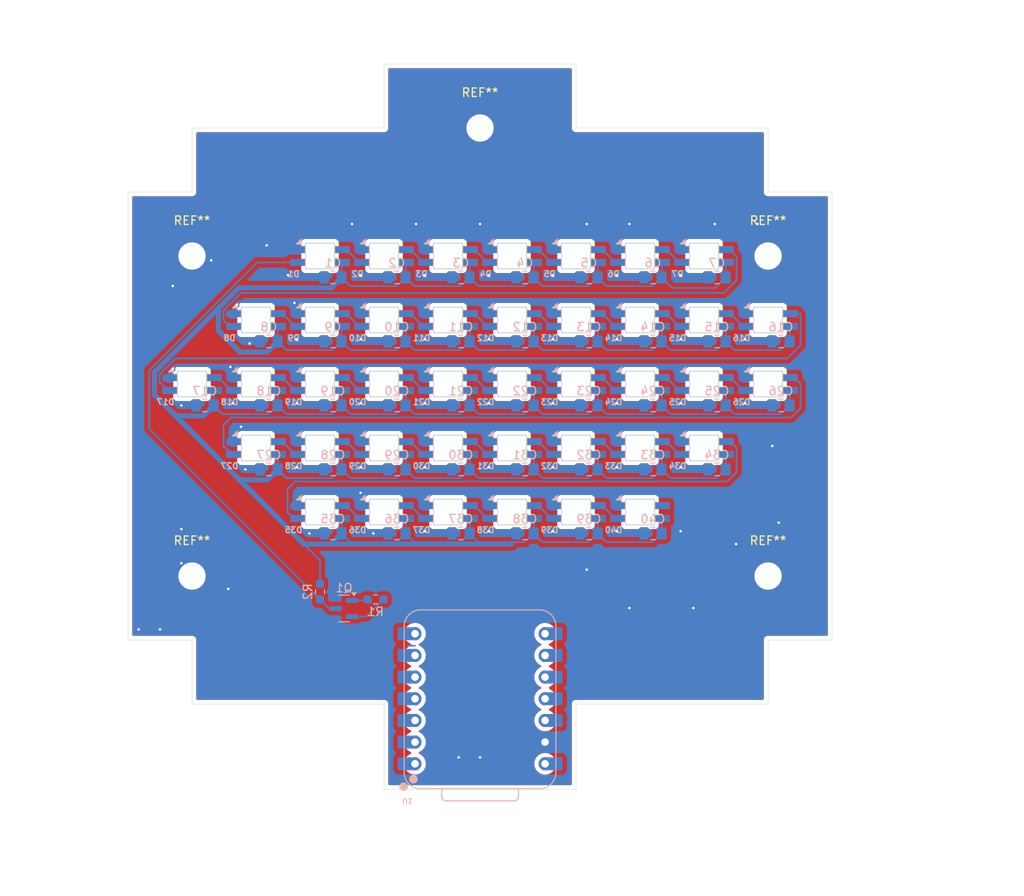
<source format=kicad_pcb>
(kicad_pcb (version 20241229) (generator "pcbnew") (generator_version "9.0")
  (layers (0 "F.Cu" signal) (2 "B.Cu" signal) (13 "F.Paste" user) (15 "B.Paste" user) (5 "F.SilkS" user "F.Silkscreen") (7 "B.SilkS" user "B.Silkscreen") (1 "F.Mask" user) (3 "B.Mask" user) (25 "Edge.Cuts" user))
  (net 0 "")
  (net 1 "GND")
  (net 2 "VBUS")
  (net 3 "Net-(D1-DOUT)")
  (net 4 "LED_HV")
  (net 5 "LV")
  (net 6 "LED_LV")
  (net 7 "unconnected-(U1-GPIO7{slash}SCL-Pad6)")
  (net 16 "Net-(D2-DOUT)")
  (net 17 "Net-(D3-DOUT)")
  (net 18 "Net-(D4-DOUT)")
  (net 19 "Net-(D5-DOUT)")
  (net 20 "Net-(D6-DOUT)")
  (net 21 "Net-(D7-DOUT)")
  (net 22 "Net-(D8-DOUT)")
  (net 23 "Net-(D10-DIN)")
  (net 24 "Net-(D10-DOUT)")
  (net 25 "Net-(D11-DOUT)")
  (net 26 "Net-(D12-DOUT)")
  (net 27 "Net-(D13-DOUT)")
  (net 28 "Net-(D14-DOUT)")
  (net 29 "Net-(D15-DOUT)")
  (net 30 "Net-(D16-DOUT)")
  (net 31 "Net-(D17-DOUT)")
  (net 32 "Net-(D18-DOUT)")
  (net 33 "Net-(D19-DOUT)")
  (net 34 "Net-(D20-DOUT)")
  (net 35 "Net-(D21-DOUT)")
  (net 36 "Net-(D22-DOUT)")
  (net 37 "Net-(D23-DOUT)")
  (net 38 "Net-(D24-DOUT)")
  (net 39 "Net-(D25-DOUT)")
  (net 40 "Net-(D26-DOUT)")
  (net 41 "Net-(D27-DOUT)")
  (net 42 "Net-(D28-DOUT)")
  (net 43 "Net-(D29-DOUT)")
  (net 44 "Net-(D30-DOUT)")
  (net 45 "Net-(D31-DOUT)")
  (net 46 "Net-(D32-DOUT)")
  (net 47 "Net-(D33-DOUT)")
  (net 48 "Net-(D34-DOUT)")
  (net 49 "Net-(D35-DOUT)")
  (net 50 "Net-(D36-DOUT)")
  (net 51 "Net-(D37-DOUT)")
  (net 52 "Net-(D38-DOUT)")
  (net 53 "Net-(D39-DOUT)")
  (footprint "MountingHole:MountingHole_3.2mm_M3" (layer "F.Cu") (at 101.25 33.75)
    (property "Reference" "REF**")
    (property "Value" "MountingHole_3.2mm_M3")
  )
  (footprint "MountingHole:MountingHole_3.2mm_M3" (layer "F.Cu") (at 33.75 33.75)
    (property "Reference" "REF**")
    (property "Value" "MountingHole_3.2mm_M3")
  )
  (footprint "MountingHole:MountingHole_3.2mm_M3" (layer "F.Cu") (at 67.5 18.75)
    (property "Reference" "REF**")
    (property "Value" "MountingHole_3.2mm_M3")
  )
  (footprint "MountingHole:MountingHole_3.2mm_M3" (layer "F.Cu") (at 101.25 71.25)
    (property "Reference" "REF**")
    (property "Value" "MountingHole_3.2mm_M3")
  )
  (footprint "MountingHole:MountingHole_3.2mm_M3" (layer "F.Cu") (at 33.75 71.25)
    (property "Reference" "REF**")
    (property "Value" "MountingHole_3.2mm_M3")
  )
  (footprint "Capacitor_SMD:C_0805_2012Metric_Pad1.18x1.45mm_HandSolder" (layer "B.Cu") (at 57.75 66.25 180)
    (property "Reference" "C36")
    (property "Value" "0.1uF")
  )
  (footprint "Capacitor_SMD:C_0805_2012Metric_Pad1.18x1.45mm_HandSolder" (layer "B.Cu") (at 95.25 43.75 180)
    (property "Reference" "C15")
    (property "Value" "0.1uF")
  )
  (footprint "Capacitor_SMD:C_0805_2012Metric_Pad1.18x1.45mm_HandSolder" (layer "B.Cu") (at 72.75 43.75 180)
    (property "Reference" "C12")
    (property "Value" "0.1uF")
  )
  (footprint "footprints:SK6812MINI-E" (layer "B.Cu") (at 63.75 56.25 180)
    (property "Reference" "D30")
    (property "Value" "SK6812MINI" (hide yes))
    (fp_line (start 1.7 1.5) (end 1.7 -1.5) (stroke (width 0.12)) (layer "Edge.Cuts"))
    (fp_line (start 1.7 -1.5) (end -1.7 -1.5) (stroke (width 0.12)) (layer "Edge.Cuts"))
    (fp_line (start -1.7 1.5) (end 1.7 1.5) (stroke (width 0.12)) (layer "Edge.Cuts"))
    (fp_line (start -1.7 -1.5) (end -1.7 1.5) (stroke (width 0.12)) (layer "Edge.Cuts"))
  )
  (footprint "Capacitor_SMD:C_0805_2012Metric_Pad1.18x1.45mm_HandSolder" (layer "B.Cu") (at 72.75 51.25 180)
    (property "Reference" "C22")
    (property "Value" "0.1uF")
  )
  (footprint "Capacitor_SMD:C_0805_2012Metric_Pad1.18x1.45mm_HandSolder" (layer "B.Cu") (at 95.25 58.75 180)
    (property "Reference" "C34")
    (property "Value" "0.1uF")
  )
  (footprint "Capacitor_SMD:C_0805_2012Metric_Pad1.18x1.45mm_HandSolder" (layer "B.Cu") (at 87.75 43.75 180)
    (property "Reference" "C14")
    (property "Value" "0.1uF")
  )
  (footprint "footprints:SK6812MINI-E" (layer "B.Cu") (at 48.75 56.25 180)
    (property "Reference" "D28")
    (property "Value" "SK6812MINI" (hide yes))
    (fp_line (start 1.7 1.5) (end 1.7 -1.5) (stroke (width 0.12)) (layer "Edge.Cuts"))
    (fp_line (start 1.7 -1.5) (end -1.7 -1.5) (stroke (width 0.12)) (layer "Edge.Cuts"))
    (fp_line (start -1.7 1.5) (end 1.7 1.5) (stroke (width 0.12)) (layer "Edge.Cuts"))
    (fp_line (start -1.7 -1.5) (end -1.7 1.5) (stroke (width 0.12)) (layer "Edge.Cuts"))
  )
  (footprint "Capacitor_SMD:C_0805_2012Metric_Pad1.18x1.45mm_HandSolder" (layer "B.Cu") (at 42.75 51.25 180)
    (property "Reference" "C18")
    (property "Value" "0.1uF")
  )
  (footprint "Capacitor_SMD:C_0805_2012Metric_Pad1.18x1.45mm_HandSolder" (layer "B.Cu") (at 65.25 51.25 180)
    (property "Reference" "C21")
    (property "Value" "0.1uF")
  )
  (footprint "footprints:SK6812MINI-E" (layer "B.Cu") (at 78.75 48.75 180)
    (property "Reference" "D23")
    (property "Value" "SK6812MINI" (hide yes))
    (fp_line (start 1.7 1.5) (end 1.7 -1.5) (stroke (width 0.12)) (layer "Edge.Cuts"))
    (fp_line (start 1.7 -1.5) (end -1.7 -1.5) (stroke (width 0.12)) (layer "Edge.Cuts"))
    (fp_line (start -1.7 1.5) (end 1.7 1.5) (stroke (width 0.12)) (layer "Edge.Cuts"))
    (fp_line (start -1.7 -1.5) (end -1.7 1.5) (stroke (width 0.12)) (layer "Edge.Cuts"))
  )
  (footprint "Capacitor_SMD:C_0805_2012Metric_Pad1.18x1.45mm_HandSolder" (layer "B.Cu") (at 42.75 58.75 180)
    (property "Reference" "C27")
    (property "Value" "0.1uF")
  )
  (footprint "Capacitor_SMD:C_0805_2012Metric_Pad1.18x1.45mm_HandSolder" (layer "B.Cu") (at 87.75 36.25 180)
    (property "Reference" "C6")
    (property "Value" "0.1uF")
  )
  (footprint "Capacitor_SMD:C_0805_2012Metric_Pad1.18x1.45mm_HandSolder" (layer "B.Cu") (at 72.75 66.25 180)
    (property "Reference" "C38")
    (property "Value" "0.1uF")
  )
  (footprint "Capacitor_SMD:C_0805_2012Metric_Pad1.18x1.45mm_HandSolder" (layer "B.Cu") (at 50.25 51.25 180)
    (property "Reference" "C19")
    (property "Value" "0.1uF")
  )
  (footprint "footprints:SK6812MINI-E" (layer "B.Cu") (at 71.25 63.75 180)
    (property "Reference" "D38")
    (property "Value" "SK6812MINI" (hide yes))
    (fp_line (start 1.7 1.5) (end 1.7 -1.5) (stroke (width 0.12)) (layer "Edge.Cuts"))
    (fp_line (start 1.7 -1.5) (end -1.7 -1.5) (stroke (width 0.12)) (layer "Edge.Cuts"))
    (fp_line (start -1.7 1.5) (end 1.7 1.5) (stroke (width 0.12)) (layer "Edge.Cuts"))
    (fp_line (start -1.7 -1.5) (end -1.7 1.5) (stroke (width 0.12)) (layer "Edge.Cuts"))
  )
  (footprint "Capacitor_SMD:C_0805_2012Metric_Pad1.18x1.45mm_HandSolder" (layer "B.Cu") (at 50.25 43.75 180)
    (property "Reference" "C9")
    (property "Value" "0.1uF")
  )
  (footprint "footprints:SK6812MINI-E" (layer "B.Cu") (at 86.25 41.25 180)
    (property "Reference" "D14")
    (property "Value" "SK6812MINI" (hide yes))
    (fp_line (start 1.7 1.5) (end 1.7 -1.5) (stroke (width 0.12)) (layer "Edge.Cuts"))
    (fp_line (start 1.7 -1.5) (end -1.7 -1.5) (stroke (width 0.12)) (layer "Edge.Cuts"))
    (fp_line (start -1.7 1.5) (end 1.7 1.5) (stroke (width 0.12)) (layer "Edge.Cuts"))
    (fp_line (start -1.7 -1.5) (end -1.7 1.5) (stroke (width 0.12)) (layer "Edge.Cuts"))
  )
  (footprint "Capacitor_SMD:C_0805_2012Metric_Pad1.18x1.45mm_HandSolder" (layer "B.Cu") (at 50.25 36.25 180)
    (property "Reference" "C1")
    (property "Value" "0.1uF")
  )
  (footprint "footprints:SK6812MINI-E" (layer "B.Cu") (at 86.25 63.75 180)
    (property "Reference" "D40")
    (property "Value" "SK6812MINI" (hide yes))
    (fp_line (start 1.7 1.5) (end 1.7 -1.5) (stroke (width 0.12)) (layer "Edge.Cuts"))
    (fp_line (start 1.7 -1.5) (end -1.7 -1.5) (stroke (width 0.12)) (layer "Edge.Cuts"))
    (fp_line (start -1.7 1.5) (end 1.7 1.5) (stroke (width 0.12)) (layer "Edge.Cuts"))
    (fp_line (start -1.7 -1.5) (end -1.7 1.5) (stroke (width 0.12)) (layer "Edge.Cuts"))
  )
  (footprint "footprints:SK6812MINI-E" (layer "B.Cu") (at 56.25 33.75 180)
    (property "Reference" "D2")
    (property "Value" "SK6812MINI" (hide yes))
    (fp_line (start 1.7 1.5) (end 1.7 -1.5) (stroke (width 0.12)) (layer "Edge.Cuts"))
    (fp_line (start 1.7 -1.5) (end -1.7 -1.5) (stroke (width 0.12)) (layer "Edge.Cuts"))
    (fp_line (start -1.7 1.5) (end 1.7 1.5) (stroke (width 0.12)) (layer "Edge.Cuts"))
    (fp_line (start -1.7 -1.5) (end -1.7 1.5) (stroke (width 0.12)) (layer "Edge.Cuts"))
  )
  (footprint "Capacitor_SMD:C_0805_2012Metric_Pad1.18x1.45mm_HandSolder" (layer "B.Cu") (at 42.75 43.75 180)
    (property "Reference" "C8")
    (property "Value" "0.1uF")
  )
  (footprint "footprints:SK6812MINI-E" (layer "B.Cu") (at 56.25 48.75 180)
    (property "Reference" "D20")
    (property "Value" "SK6812MINI" (hide yes))
    (fp_line (start 1.7 1.5) (end 1.7 -1.5) (stroke (width 0.12)) (layer "Edge.Cuts"))
    (fp_line (start 1.7 -1.5) (end -1.7 -1.5) (stroke (width 0.12)) (layer "Edge.Cuts"))
    (fp_line (start -1.7 1.5) (end 1.7 1.5) (stroke (width 0.12)) (layer "Edge.Cuts"))
    (fp_line (start -1.7 -1.5) (end -1.7 1.5) (stroke (width 0.12)) (layer "Edge.Cuts"))
  )
  (footprint "footprints:SK6812MINI-E" (layer "B.Cu") (at 71.25 56.25 180)
    (property "Reference" "D31")
    (property "Value" "SK6812MINI" (hide yes))
    (fp_line (start 1.7 1.5) (end 1.7 -1.5) (stroke (width 0.12)) (layer "Edge.Cuts"))
    (fp_line (start 1.7 -1.5) (end -1.7 -1.5) (stroke (width 0.12)) (layer "Edge.Cuts"))
    (fp_line (start -1.7 1.5) (end 1.7 1.5) (stroke (width 0.12)) (layer "Edge.Cuts"))
    (fp_line (start -1.7 -1.5) (end -1.7 1.5) (stroke (width 0.12)) (layer "Edge.Cuts"))
  )
  (footprint "footprints:SK6812MINI-E" (layer "B.Cu") (at 78.75 56.25 180)
    (property "Reference" "D32")
    (property "Value" "SK6812MINI" (hide yes))
    (fp_line (start 1.7 1.5) (end 1.7 -1.5) (stroke (width 0.12)) (layer "Edge.Cuts"))
    (fp_line (start 1.7 -1.5) (end -1.7 -1.5) (stroke (width 0.12)) (layer "Edge.Cuts"))
    (fp_line (start -1.7 1.5) (end 1.7 1.5) (stroke (width 0.12)) (layer "Edge.Cuts"))
    (fp_line (start -1.7 -1.5) (end -1.7 1.5) (stroke (width 0.12)) (layer "Edge.Cuts"))
  )
  (footprint "Capacitor_SMD:C_0805_2012Metric_Pad1.18x1.45mm_HandSolder" (layer "B.Cu") (at 87.75 58.75 180)
    (property "Reference" "C33")
    (property "Value" "0.1uF")
  )
  (footprint "footprints:SK6812MINI-E" (layer "B.Cu") (at 48.75 48.75 180)
    (property "Reference" "D19")
    (property "Value" "SK6812MINI" (hide yes))
    (fp_line (start 1.7 1.5) (end 1.7 -1.5) (stroke (width 0.12)) (layer "Edge.Cuts"))
    (fp_line (start 1.7 -1.5) (end -1.7 -1.5) (stroke (width 0.12)) (layer "Edge.Cuts"))
    (fp_line (start -1.7 1.5) (end 1.7 1.5) (stroke (width 0.12)) (layer "Edge.Cuts"))
    (fp_line (start -1.7 -1.5) (end -1.7 1.5) (stroke (width 0.12)) (layer "Edge.Cuts"))
  )
  (footprint "footprints:SK6812MINI-E" (layer "B.Cu") (at 93.75 48.75 180)
    (property "Reference" "D25")
    (property "Value" "SK6812MINI" (hide yes))
    (fp_line (start 1.7 1.5) (end 1.7 -1.5) (stroke (width 0.12)) (layer "Edge.Cuts"))
    (fp_line (start 1.7 -1.5) (end -1.7 -1.5) (stroke (width 0.12)) (layer "Edge.Cuts"))
    (fp_line (start -1.7 1.5) (end 1.7 1.5) (stroke (width 0.12)) (layer "Edge.Cuts"))
    (fp_line (start -1.7 -1.5) (end -1.7 1.5) (stroke (width 0.12)) (layer "Edge.Cuts"))
  )
  (footprint "footprints:SK6812MINI-E" (layer "B.Cu") (at 71.25 48.75 180)
    (property "Reference" "D22")
    (property "Value" "SK6812MINI" (hide yes))
    (fp_line (start 1.7 1.5) (end 1.7 -1.5) (stroke (width 0.12)) (layer "Edge.Cuts"))
    (fp_line (start 1.7 -1.5) (end -1.7 -1.5) (stroke (width 0.12)) (layer "Edge.Cuts"))
    (fp_line (start -1.7 1.5) (end 1.7 1.5) (stroke (width 0.12)) (layer "Edge.Cuts"))
    (fp_line (start -1.7 -1.5) (end -1.7 1.5) (stroke (width 0.12)) (layer "Edge.Cuts"))
  )
  (footprint "Package_TO_SOT_SMD:SOT-23" (layer "B.Cu") (at 51.5625 75.05 180)
    (property "Reference" "Q1")
    (property "Value" "BSS138")
  )
  (footprint "Capacitor_SMD:C_0805_2012Metric_Pad1.18x1.45mm_HandSolder" (layer "B.Cu") (at 95.25 36.25 180)
    (property "Reference" "C7")
    (property "Value" "0.1uF")
  )
  (footprint "footprints:SK6812MINI-E" (layer "B.Cu") (at 93.75 41.25 180)
    (property "Reference" "D15")
    (property "Value" "SK6812MINI" (hide yes))
    (fp_line (start 1.7 1.5) (end 1.7 -1.5) (stroke (width 0.12)) (layer "Edge.Cuts"))
    (fp_line (start 1.7 -1.5) (end -1.7 -1.5) (stroke (width 0.12)) (layer "Edge.Cuts"))
    (fp_line (start -1.7 1.5) (end 1.7 1.5) (stroke (width 0.12)) (layer "Edge.Cuts"))
    (fp_line (start -1.7 -1.5) (end -1.7 1.5) (stroke (width 0.12)) (layer "Edge.Cuts"))
  )
  (footprint "Seeed Studio XIAO Series Library:XIAO-RP2040-DIP" (layer "B.Cu") (at 67.5 85.63)
    (property "Reference" "U1")
    (property "Value" "XIAO-RP2040-DIP")
  )
  (footprint "footprints:SK6812MINI-E" (layer "B.Cu") (at 78.75 41.25 180)
    (property "Reference" "D13")
    (property "Value" "SK6812MINI" (hide yes))
    (fp_line (start 1.7 1.5) (end 1.7 -1.5) (stroke (width 0.12)) (layer "Edge.Cuts"))
    (fp_line (start 1.7 -1.5) (end -1.7 -1.5) (stroke (width 0.12)) (layer "Edge.Cuts"))
    (fp_line (start -1.7 1.5) (end 1.7 1.5) (stroke (width 0.12)) (layer "Edge.Cuts"))
    (fp_line (start -1.7 -1.5) (end -1.7 1.5) (stroke (width 0.12)) (layer "Edge.Cuts"))
  )
  (footprint "footprints:SK6812MINI-E" (layer "B.Cu") (at 56.25 56.25 180)
    (property "Reference" "D29")
    (property "Value" "SK6812MINI" (hide yes))
    (fp_line (start 1.7 1.5) (end 1.7 -1.5) (stroke (width 0.12)) (layer "Edge.Cuts"))
    (fp_line (start 1.7 -1.5) (end -1.7 -1.5) (stroke (width 0.12)) (layer "Edge.Cuts"))
    (fp_line (start -1.7 1.5) (end 1.7 1.5) (stroke (width 0.12)) (layer "Edge.Cuts"))
    (fp_line (start -1.7 -1.5) (end -1.7 1.5) (stroke (width 0.12)) (layer "Edge.Cuts"))
  )
  (footprint "Capacitor_SMD:C_0805_2012Metric_Pad1.18x1.45mm_HandSolder" (layer "B.Cu") (at 72.75 36.25 180)
    (property "Reference" "C4")
    (property "Value" "0.1uF")
  )
  (footprint "footprints:SK6812MINI-E" (layer "B.Cu") (at 71.25 33.75 180)
    (property "Reference" "D4")
    (property "Value" "SK6812MINI" (hide yes))
    (fp_line (start 1.7 1.5) (end 1.7 -1.5) (stroke (width 0.12)) (layer "Edge.Cuts"))
    (fp_line (start 1.7 -1.5) (end -1.7 -1.5) (stroke (width 0.12)) (layer "Edge.Cuts"))
    (fp_line (start -1.7 1.5) (end 1.7 1.5) (stroke (width 0.12)) (layer "Edge.Cuts"))
    (fp_line (start -1.7 -1.5) (end -1.7 1.5) (stroke (width 0.12)) (layer "Edge.Cuts"))
  )
  (footprint "footprints:SK6812MINI-E" (layer "B.Cu") (at 101.25 41.25 180)
    (property "Reference" "D16")
    (property "Value" "SK6812MINI" (hide yes))
    (fp_line (start 1.7 1.5) (end 1.7 -1.5) (stroke (width 0.12)) (layer "Edge.Cuts"))
    (fp_line (start 1.7 -1.5) (end -1.7 -1.5) (stroke (width 0.12)) (layer "Edge.Cuts"))
    (fp_line (start -1.7 1.5) (end 1.7 1.5) (stroke (width 0.12)) (layer "Edge.Cuts"))
    (fp_line (start -1.7 -1.5) (end -1.7 1.5) (stroke (width 0.12)) (layer "Edge.Cuts"))
  )
  (footprint "Capacitor_SMD:C_0805_2012Metric_Pad1.18x1.45mm_HandSolder" (layer "B.Cu") (at 57.75 51.25 180)
    (property "Reference" "C20")
    (property "Value" "0.1uF")
  )
  (footprint "footprints:SK6812MINI-E" (layer "B.Cu") (at 48.75 41.25 180)
    (property "Reference" "D9")
    (property "Value" "SK6812MINI" (hide yes))
    (fp_line (start 1.7 1.5) (end 1.7 -1.5) (stroke (width 0.12)) (layer "Edge.Cuts"))
    (fp_line (start 1.7 -1.5) (end -1.7 -1.5) (stroke (width 0.12)) (layer "Edge.Cuts"))
    (fp_line (start -1.7 1.5) (end 1.7 1.5) (stroke (width 0.12)) (layer "Edge.Cuts"))
    (fp_line (start -1.7 -1.5) (end -1.7 1.5) (stroke (width 0.12)) (layer "Edge.Cuts"))
  )
  (footprint "Capacitor_SMD:C_0805_2012Metric_Pad1.18x1.45mm_HandSolder" (layer "B.Cu") (at 50.25 58.75 180)
    (property "Reference" "C28")
    (property "Value" "0.1uF")
  )
  (footprint "footprints:SK6812MINI-E" (layer "B.Cu") (at 86.25 48.75 180)
    (property "Reference" "D24")
    (property "Value" "SK6812MINI" (hide yes))
    (fp_line (start 1.7 1.5) (end 1.7 -1.5) (stroke (width 0.12)) (layer "Edge.Cuts"))
    (fp_line (start 1.7 -1.5) (end -1.7 -1.5) (stroke (width 0.12)) (layer "Edge.Cuts"))
    (fp_line (start -1.7 1.5) (end 1.7 1.5) (stroke (width 0.12)) (layer "Edge.Cuts"))
    (fp_line (start -1.7 -1.5) (end -1.7 1.5) (stroke (width 0.12)) (layer "Edge.Cuts"))
  )
  (footprint "Capacitor_SMD:C_0805_2012Metric_Pad1.18x1.45mm_HandSolder" (layer "B.Cu") (at 57.75 43.75 180)
    (property "Reference" "C10")
    (property "Value" "0.1uF")
  )
  (footprint "Capacitor_SMD:C_0805_2012Metric_Pad1.18x1.45mm_HandSolder" (layer "B.Cu") (at 80.25 58.75 180)
    (property "Reference" "C32")
    (property "Value" "0.1uF")
  )
  (footprint "footprints:SK6812MINI-E" (layer "B.Cu") (at 48.75 63.75 180)
    (property "Reference" "D35")
    (property "Value" "SK6812MINI" (hide yes))
    (fp_line (start 1.7 1.5) (end 1.7 -1.5) (stroke (width 0.12)) (layer "Edge.Cuts"))
    (fp_line (start 1.7 -1.5) (end -1.7 -1.5) (stroke (width 0.12)) (layer "Edge.Cuts"))
    (fp_line (start -1.7 1.5) (end 1.7 1.5) (stroke (width 0.12)) (layer "Edge.Cuts"))
    (fp_line (start -1.7 -1.5) (end -1.7 1.5) (stroke (width 0.12)) (layer "Edge.Cuts"))
  )
  (footprint "Capacitor_SMD:C_0805_2012Metric_Pad1.18x1.45mm_HandSolder" (layer "B.Cu") (at 102.75 43.75 180)
    (property "Reference" "C16")
    (property "Value" "0.1uF")
  )
  (footprint "Capacitor_SMD:C_0805_2012Metric_Pad1.18x1.45mm_HandSolder" (layer "B.Cu") (at 87.75 51.25 180)
    (property "Reference" "C24")
    (property "Value" "0.1uF")
  )
  (footprint "Capacitor_SMD:C_0805_2012Metric_Pad1.18x1.45mm_HandSolder" (layer "B.Cu") (at 57.75 36.25 180)
    (property "Reference" "C2")
    (property "Value" "0.1uF")
  )
  (footprint "footprints:SK6812MINI-E" (layer "B.Cu") (at 33.75 48.75 180)
    (property "Reference" "D17")
    (property "Value" "SK6812MINI" (hide yes))
    (fp_line (start 1.7 1.5) (end 1.7 -1.5) (stroke (width 0.12)) (layer "Edge.Cuts"))
    (fp_line (start 1.7 -1.5) (end -1.7 -1.5) (stroke (width 0.12)) (layer "Edge.Cuts"))
    (fp_line (start -1.7 1.5) (end 1.7 1.5) (stroke (width 0.12)) (layer "Edge.Cuts"))
    (fp_line (start -1.7 -1.5) (end -1.7 1.5) (stroke (width 0.12)) (layer "Edge.Cuts"))
  )
  (footprint "Capacitor_SMD:C_0805_2012Metric_Pad1.18x1.45mm_HandSolder" (layer "B.Cu") (at 102.75 51.25 180)
    (property "Reference" "C26")
    (property "Value" "0.1uF")
  )
  (footprint "Capacitor_SMD:C_0805_2012Metric_Pad1.18x1.45mm_HandSolder" (layer "B.Cu") (at 50.25 66.25 180)
    (property "Reference" "C35")
    (property "Value" "0.1uF")
  )
  (footprint "Capacitor_SMD:C_0805_2012Metric_Pad1.18x1.45mm_HandSolder" (layer "B.Cu") (at 80.25 51.25 180)
    (property "Reference" "C23")
    (property "Value" "0.1uF")
  )
  (footprint "footprints:SK6812MINI-E" (layer "B.Cu") (at 56.25 41.25 180)
    (property "Reference" "D10")
    (property "Value" "SK6812MINI" (hide yes))
    (fp_line (start 1.7 1.5) (end 1.7 -1.5) (stroke (width 0.12)) (layer "Edge.Cuts"))
    (fp_line (start 1.7 -1.5) (end -1.7 -1.5) (stroke (width 0.12)) (layer "Edge.Cuts"))
    (fp_line (start -1.7 1.5) (end 1.7 1.5) (stroke (width 0.12)) (layer "Edge.Cuts"))
    (fp_line (start -1.7 -1.5) (end -1.7 1.5) (stroke (width 0.12)) (layer "Edge.Cuts"))
  )
  (footprint "footprints:SK6812MINI-E" (layer "B.Cu") (at 93.75 56.25 180)
    (property "Reference" "D34")
    (property "Value" "SK6812MINI" (hide yes))
    (fp_line (start 1.7 1.5) (end 1.7 -1.5) (stroke (width 0.12)) (layer "Edge.Cuts"))
    (fp_line (start 1.7 -1.5) (end -1.7 -1.5) (stroke (width 0.12)) (layer "Edge.Cuts"))
    (fp_line (start -1.7 1.5) (end 1.7 1.5) (stroke (width 0.12)) (layer "Edge.Cuts"))
    (fp_line (start -1.7 -1.5) (end -1.7 1.5) (stroke (width 0.12)) (layer "Edge.Cuts"))
  )
  (footprint "footprints:SK6812MINI-E" (layer "B.Cu") (at 86.25 33.75 180)
    (property "Reference" "D6")
    (property "Value" "SK6812MINI" (hide yes))
    (fp_line (start 1.7 1.5) (end 1.7 -1.5) (stroke (width 0.12)) (layer "Edge.Cuts"))
    (fp_line (start 1.7 -1.5) (end -1.7 -1.5) (stroke (width 0.12)) (layer "Edge.Cuts"))
    (fp_line (start -1.7 1.5) (end 1.7 1.5) (stroke (width 0.12)) (layer "Edge.Cuts"))
    (fp_line (start -1.7 -1.5) (end -1.7 1.5) (stroke (width 0.12)) (layer "Edge.Cuts"))
  )
  (footprint "Capacitor_SMD:C_0805_2012Metric_Pad1.18x1.45mm_HandSolder" (layer "B.Cu") (at 35.25 51.25 180)
    (property "Reference" "C17")
    (property "Value" "0.1uF")
  )
  (footprint "footprints:SK6812MINI-E" (layer "B.Cu") (at 41.25 41.25 180)
    (property "Reference" "D8")
    (property "Value" "SK6812MINI" (hide yes))
    (fp_line (start 1.7 1.5) (end 1.7 -1.5) (stroke (width 0.12)) (layer "Edge.Cuts"))
    (fp_line (start 1.7 -1.5) (end -1.7 -1.5) (stroke (width 0.12)) (layer "Edge.Cuts"))
    (fp_line (start -1.7 1.5) (end 1.7 1.5) (stroke (width 0.12)) (layer "Edge.Cuts"))
    (fp_line (start -1.7 -1.5) (end -1.7 1.5) (stroke (width 0.12)) (layer "Edge.Cuts"))
  )
  (footprint "footprints:SK6812MINI-E" (layer "B.Cu") (at 56.25 63.75 180)
    (property "Reference" "D36")
    (property "Value" "SK6812MINI" (hide yes))
    (fp_line (start 1.7 1.5) (end 1.7 -1.5) (stroke (width 0.12)) (layer "Edge.Cuts"))
    (fp_line (start 1.7 -1.5) (end -1.7 -1.5) (stroke (width 0.12)) (layer "Edge.Cuts"))
    (fp_line (start -1.7 1.5) (end 1.7 1.5) (stroke (width 0.12)) (layer "Edge.Cuts"))
    (fp_line (start -1.7 -1.5) (end -1.7 1.5) (stroke (width 0.12)) (layer "Edge.Cuts"))
  )
  (footprint "footprints:SK6812MINI-E" (layer "B.Cu") (at 86.25 56.25 180)
    (property "Reference" "D33")
    (property "Value" "SK6812MINI" (hide yes))
    (fp_line (start 1.7 1.5) (end 1.7 -1.5) (stroke (width 0.12)) (layer "Edge.Cuts"))
    (fp_line (start 1.7 -1.5) (end -1.7 -1.5) (stroke (width 0.12)) (layer "Edge.Cuts"))
    (fp_line (start -1.7 1.5) (end 1.7 1.5) (stroke (width 0.12)) (layer "Edge.Cuts"))
    (fp_line (start -1.7 -1.5) (end -1.7 1.5) (stroke (width 0.12)) (layer "Edge.Cuts"))
  )
  (footprint "footprints:SK6812MINI-E" (layer "B.Cu") (at 93.75 33.75 180)
    (property "Reference" "D7")
    (property "Value" "SK6812MINI" (hide yes))
    (fp_line (start 1.7 1.5) (end 1.7 -1.5) (stroke (width 0.12)) (layer "Edge.Cuts"))
    (fp_line (start 1.7 -1.5) (end -1.7 -1.5) (stroke (width 0.12)) (layer "Edge.Cuts"))
    (fp_line (start -1.7 1.5) (end 1.7 1.5) (stroke (width 0.12)) (layer "Edge.Cuts"))
    (fp_line (start -1.7 -1.5) (end -1.7 1.5) (stroke (width 0.12)) (layer "Edge.Cuts"))
  )
  (footprint "Resistor_SMD:R_0603_1608Metric_Pad0.98x0.95mm_HandSolder" (layer "B.Cu") (at 48.75 73.0875 -90)
    (property "Reference" "R2")
    (property "Value" "10K")
  )
  (footprint "Capacitor_SMD:C_0805_2012Metric_Pad1.18x1.45mm_HandSolder" (layer "B.Cu") (at 80.25 36.25 180)
    (property "Reference" "C5")
    (property "Value" "0.1uF")
  )
  (footprint "Capacitor_SMD:C_0805_2012Metric_Pad1.18x1.45mm_HandSolder" (layer "B.Cu") (at 95.25 51.25 180)
    (property "Reference" "C25")
    (property "Value" "0.1uF")
  )
  (footprint "footprints:SK6812MINI-E" (layer "B.Cu") (at 41.25 48.75 180)
    (property "Reference" "D18")
    (property "Value" "SK6812MINI" (hide yes))
    (fp_line (start 1.7 1.5) (end 1.7 -1.5) (stroke (width 0.12)) (layer "Edge.Cuts"))
    (fp_line (start 1.7 -1.5) (end -1.7 -1.5) (stroke (width 0.12)) (layer "Edge.Cuts"))
    (fp_line (start -1.7 1.5) (end 1.7 1.5) (stroke (width 0.12)) (layer "Edge.Cuts"))
    (fp_line (start -1.7 -1.5) (end -1.7 1.5) (stroke (width 0.12)) (layer "Edge.Cuts"))
  )
  (footprint "Capacitor_SMD:C_0805_2012Metric_Pad1.18x1.45mm_HandSolder" (layer "B.Cu") (at 80.25 66.25 180)
    (property "Reference" "C39")
    (property "Value" "0.1uF")
  )
  (footprint "footprints:SK6812MINI-E" (layer "B.Cu") (at 41.25 56.25 180)
    (property "Reference" "D27")
    (property "Value" "SK6812MINI" (hide yes))
    (fp_line (start 1.7 1.5) (end 1.7 -1.5) (stroke (width 0.12)) (layer "Edge.Cuts"))
    (fp_line (start 1.7 -1.5) (end -1.7 -1.5) (stroke (width 0.12)) (layer "Edge.Cuts"))
    (fp_line (start -1.7 1.5) (end 1.7 1.5) (stroke (width 0.12)) (layer "Edge.Cuts"))
    (fp_line (start -1.7 -1.5) (end -1.7 1.5) (stroke (width 0.12)) (layer "Edge.Cuts"))
  )
  (footprint "footprints:SK6812MINI-E" (layer "B.Cu") (at 101.25 48.75 180)
    (property "Reference" "D26")
    (property "Value" "SK6812MINI" (hide yes))
    (fp_line (start 1.7 1.5) (end 1.7 -1.5) (stroke (width 0.12)) (layer "Edge.Cuts"))
    (fp_line (start 1.7 -1.5) (end -1.7 -1.5) (stroke (width 0.12)) (layer "Edge.Cuts"))
    (fp_line (start -1.7 1.5) (end 1.7 1.5) (stroke (width 0.12)) (layer "Edge.Cuts"))
    (fp_line (start -1.7 -1.5) (end -1.7 1.5) (stroke (width 0.12)) (layer "Edge.Cuts"))
  )
  (footprint "Capacitor_SMD:C_0805_2012Metric_Pad1.18x1.45mm_HandSolder" (layer "B.Cu") (at 65.25 43.75 180)
    (property "Reference" "C11")
    (property "Value" "0.1uF")
  )
  (footprint "footprints:SK6812MINI-E" (layer "B.Cu") (at 63.75 41.25 180)
    (property "Reference" "D11")
    (property "Value" "SK6812MINI" (hide yes))
    (fp_line (start 1.7 1.5) (end 1.7 -1.5) (stroke (width 0.12)) (layer "Edge.Cuts"))
    (fp_line (start 1.7 -1.5) (end -1.7 -1.5) (stroke (width 0.12)) (layer "Edge.Cuts"))
    (fp_line (start -1.7 1.5) (end 1.7 1.5) (stroke (width 0.12)) (layer "Edge.Cuts"))
    (fp_line (start -1.7 -1.5) (end -1.7 1.5) (stroke (width 0.12)) (layer "Edge.Cuts"))
  )
  (footprint "Capacitor_SMD:C_0805_2012Metric_Pad1.18x1.45mm_HandSolder" (layer "B.Cu") (at 87.75 66.25 180)
    (property "Reference" "C40")
    (property "Value" "0.1uF")
  )
  (footprint "footprints:SK6812MINI-E" (layer "B.Cu") (at 63.75 48.75 180)
    (property "Reference" "D21")
    (property "Value" "SK6812MINI" (hide yes))
    (fp_line (start 1.7 1.5) (end 1.7 -1.5) (stroke (width 0.12)) (layer "Edge.Cuts"))
    (fp_line (start 1.7 -1.5) (end -1.7 -1.5) (stroke (width 0.12)) (layer "Edge.Cuts"))
    (fp_line (start -1.7 1.5) (end 1.7 1.5) (stroke (width 0.12)) (layer "Edge.Cuts"))
    (fp_line (start -1.7 -1.5) (end -1.7 1.5) (stroke (width 0.12)) (layer "Edge.Cuts"))
  )
  (footprint "footprints:SK6812MINI-E" (layer "B.Cu") (at 63.75 33.75 180)
    (property "Reference" "D3")
    (property "Value" "SK6812MINI" (hide yes))
    (fp_line (start 1.7 1.5) (end 1.7 -1.5) (stroke (width 0.12)) (layer "Edge.Cuts"))
    (fp_line (start 1.7 -1.5) (end -1.7 -1.5) (stroke (width 0.12)) (layer "Edge.Cuts"))
    (fp_line (start -1.7 1.5) (end 1.7 1.5) (stroke (width 0.12)) (layer "Edge.Cuts"))
    (fp_line (start -1.7 -1.5) (end -1.7 1.5) (stroke (width 0.12)) (layer "Edge.Cuts"))
  )
  (footprint "footprints:SK6812MINI-E" (layer "B.Cu") (at 63.75 63.75 180)
    (property "Reference" "D37")
    (property "Value" "SK6812MINI" (hide yes))
    (fp_line (start 1.7 1.5) (end 1.7 -1.5) (stroke (width 0.12)) (layer "Edge.Cuts"))
    (fp_line (start 1.7 -1.5) (end -1.7 -1.5) (stroke (width 0.12)) (layer "Edge.Cuts"))
    (fp_line (start -1.7 1.5) (end 1.7 1.5) (stroke (width 0.12)) (layer "Edge.Cuts"))
    (fp_line (start -1.7 -1.5) (end -1.7 1.5) (stroke (width 0.12)) (layer "Edge.Cuts"))
  )
  (footprint "Capacitor_SMD:C_0805_2012Metric_Pad1.18x1.45mm_HandSolder" (layer "B.Cu") (at 57.75 58.75 180)
    (property "Reference" "C29")
    (property "Value" "0.1uF")
  )
  (footprint "footprints:SK6812MINI-E" (layer "B.Cu") (at 78.75 63.75 180)
    (property "Reference" "D39")
    (property "Value" "SK6812MINI" (hide yes))
    (fp_line (start 1.7 1.5) (end 1.7 -1.5) (stroke (width 0.12)) (layer "Edge.Cuts"))
    (fp_line (start 1.7 -1.5) (end -1.7 -1.5) (stroke (width 0.12)) (layer "Edge.Cuts"))
    (fp_line (start -1.7 1.5) (end 1.7 1.5) (stroke (width 0.12)) (layer "Edge.Cuts"))
    (fp_line (start -1.7 -1.5) (end -1.7 1.5) (stroke (width 0.12)) (layer "Edge.Cuts"))
  )
  (footprint "Capacitor_SMD:C_0805_2012Metric_Pad1.18x1.45mm_HandSolder" (layer "B.Cu") (at 65.25 58.75 180)
    (property "Reference" "C30")
    (property "Value" "0.1uF")
  )
  (footprint "Resistor_SMD:R_0603_1608Metric_Pad0.98x0.95mm_HandSolder" (layer "B.Cu") (at 55.25 74)
    (property "Reference" "R1")
    (property "Value" "10K")
  )
  (footprint "Capacitor_SMD:C_0805_2012Metric_Pad1.18x1.45mm_HandSolder" (layer "B.Cu") (at 72.75 58.75 180)
    (property "Reference" "C31")
    (property "Value" "0.1uF")
  )
  (footprint "Capacitor_SMD:C_0805_2012Metric_Pad1.18x1.45mm_HandSolder" (layer "B.Cu") (at 80.25 43.75 180)
    (property "Reference" "C13")
    (property "Value" "0.1uF")
  )
  (footprint "footprints:SK6812MINI-E" (layer "B.Cu") (at 48.75 33.75 180)
    (property "Reference" "D1")
    (property "Value" "SK6812MINI" (hide yes))
    (fp_line (start 1.7 1.5) (end 1.7 -1.5) (stroke (width 0.12)) (layer "Edge.Cuts"))
    (fp_line (start 1.7 -1.5) (end -1.7 -1.5) (stroke (width 0.12)) (layer "Edge.Cuts"))
    (fp_line (start -1.7 1.5) (end 1.7 1.5) (stroke (width 0.12)) (layer "Edge.Cuts"))
    (fp_line (start -1.7 -1.5) (end -1.7 1.5) (stroke (width 0.12)) (layer "Edge.Cuts"))
  )
  (footprint "footprints:SK6812MINI-E" (layer "B.Cu") (at 71.25 41.25 180)
    (property "Reference" "D12")
    (property "Value" "SK6812MINI" (hide yes))
    (fp_line (start 1.7 1.5) (end 1.7 -1.5) (stroke (width 0.12)) (layer "Edge.Cuts"))
    (fp_line (start 1.7 -1.5) (end -1.7 -1.5) (stroke (width 0.12)) (layer "Edge.Cuts"))
    (fp_line (start -1.7 1.5) (end 1.7 1.5) (stroke (width 0.12)) (layer "Edge.Cuts"))
    (fp_line (start -1.7 -1.5) (end -1.7 1.5) (stroke (width 0.12)) (layer "Edge.Cuts"))
  )
  (footprint "Capacitor_SMD:C_0805_2012Metric_Pad1.18x1.45mm_HandSolder" (layer "B.Cu") (at 65.25 36.25 180)
    (property "Reference" "C3")
    (property "Value" "0.1uF")
  )
  (footprint "footprints:SK6812MINI-E" (layer "B.Cu") (at 78.75 33.75 180)
    (property "Reference" "D5")
    (property "Value" "SK6812MINI" (hide yes))
    (fp_line (start 1.7 1.5) (end 1.7 -1.5) (stroke (width 0.12)) (layer "Edge.Cuts"))
    (fp_line (start 1.7 -1.5) (end -1.7 -1.5) (stroke (width 0.12)) (layer "Edge.Cuts"))
    (fp_line (start -1.7 1.5) (end 1.7 1.5) (stroke (width 0.12)) (layer "Edge.Cuts"))
    (fp_line (start -1.7 -1.5) (end -1.7 1.5) (stroke (width 0.12)) (layer "Edge.Cuts"))
  )
  (footprint "Capacitor_SMD:C_0805_2012Metric_Pad1.18x1.45mm_HandSolder" (layer "B.Cu") (at 65.25 66.25 180)
    (property "Reference" "C37")
    (property "Value" "0.1uF")
  )
  (gr_line (start 56.25 18.75) (end 56.25 11.25) (stroke (width 0.05)) (layer "Edge.Cuts"))
  (gr_line (start 101.25 26.25) (end 101.25 18.75) (stroke (width 0.05)) (layer "Edge.Cuts"))
  (gr_line (start 33.75 26.25) (end 26.25 26.25) (stroke (width 0.05)) (layer "Edge.Cuts"))
  (gr_line (start 86.25 18.75) (end 78.75 18.75) (stroke (width 0.05)) (layer "Edge.Cuts"))
  (gr_line (start 86.25 86.25) (end 101.25 86.25) (stroke (width 0.05)) (layer "Edge.Cuts"))
  (gr_line (start 108.75 78.75) (end 108.75 71.25) (stroke (width 0.05)) (layer "Edge.Cuts"))
  (gr_line (start 33.75 78.75) (end 33.75 86.25) (stroke (width 0.05)) (layer "Edge.Cuts"))
  (gr_line (start 56.25 96.25) (end 78.75 96.25) (stroke (width 0.05)) (layer "Edge.Cuts"))
  (gr_line (start 33.75 18.75) (end 33.75 26.25) (stroke (width 0.05)) (layer "Edge.Cuts"))
  (gr_line (start 26.25 26.25) (end 26.25 30) (stroke (width 0.05)) (layer "Edge.Cuts"))
  (gr_line (start 86.25 86.25) (end 78.75 86.25) (stroke (width 0.05)) (layer "Edge.Cuts"))
  (gr_line (start 101.25 86.25) (end 101.25 78.75) (stroke (width 0.05)) (layer "Edge.Cuts"))
  (gr_line (start 26.25 71.25) (end 26.25 78.75) (stroke (width 0.05)) (layer "Edge.Cuts"))
  (gr_line (start 48.75 86.25) (end 56.25 86.25) (stroke (width 0.05)) (layer "Edge.Cuts"))
  (gr_line (start 101.25 78.75) (end 108.75 78.75) (stroke (width 0.05)) (layer "Edge.Cuts"))
  (gr_line (start 48.75 18.75) (end 56.25 18.75) (stroke (width 0.05)) (layer "Edge.Cuts"))
  (gr_line (start 33.75 86.25) (end 37.5 86.25) (stroke (width 0.05)) (layer "Edge.Cuts"))
  (gr_line (start 26.25 71.25) (end 26.25 33.75) (stroke (width 0.05)) (layer "Edge.Cuts"))
  (gr_line (start 26.25 78.75) (end 33.75 78.75) (stroke (width 0.05)) (layer "Edge.Cuts"))
  (gr_line (start 108.75 26.25) (end 101.25 26.25) (stroke (width 0.05)) (layer "Edge.Cuts"))
  (gr_line (start 56.25 11.25) (end 78.75 11.25) (stroke (width 0.05)) (layer "Edge.Cuts"))
  (gr_line (start 101.25 18.75) (end 86.25 18.75) (stroke (width 0.05)) (layer "Edge.Cuts"))
  (gr_line (start 108.75 33.75) (end 108.75 71.25) (stroke (width 0.05)) (layer "Edge.Cuts"))
  (gr_line (start 26.25 30) (end 26.25 33.75) (stroke (width 0.05)) (layer "Edge.Cuts"))
  (gr_line (start 56.25 86.25) (end 56.25 96.25) (stroke (width 0.05)) (layer "Edge.Cuts"))
  (gr_line (start 78.75 18.75) (end 78.75 11.25) (stroke (width 0.05)) (layer "Edge.Cuts"))
  (gr_line (start 37.5 86.25) (end 48.75 86.25) (stroke (width 0.05)) (layer "Edge.Cuts"))
  (gr_line (start 78.75 86.25) (end 78.75 96.25) (stroke (width 0.05)) (layer "Edge.Cuts"))
  (gr_line (start 48.75 18.75) (end 33.75 18.75) (stroke (width 0.05)) (layer "Edge.Cuts"))
  (gr_line (start 108.75 33.75) (end 108.75 26.25) (stroke (width 0.05)) (layer "Edge.Cuts"))
  (via (at 76 58.5) (size 0.6) (drill 0.3) (layers "F.Cu" "B.Cu") (net 1))
  (via (at 32.5 69.75) (size 0.6) (drill 0.3) (layers "F.Cu" "B.Cu") (net 1))
  (via (at 85 30) (size 0.6) (drill 0.3) (layers "F.Cu" "B.Cu") (net 1))
  (via (at 91 58.5) (size 0.6) (drill 0.3) (layers "F.Cu" "B.Cu") (net 1))
  (via (at 83.5 51) (size 0.6) (drill 0.3) (layers "F.Cu" "B.Cu") (net 1))
  (via (at 31.5 47) (size 0.6) (drill 0.3) (layers "F.Cu" "B.Cu") (net 1))
  (via (at 80 70.5) (size 0.6) (drill 0.3) (layers "F.Cu" "B.Cu") (net 1))
  (via (at 91 51) (size 0.6) (drill 0.3) (layers "F.Cu" "B.Cu") (net 1))
  (via (at 76 36) (size 0.6) (drill 0.3) (layers "F.Cu" "B.Cu") (net 1))
  (via (at 46 51) (size 0.6) (drill 0.3) (layers "F.Cu" "B.Cu") (net 1))
  (via (at 91 66) (size 0.6) (drill 0.3) (layers "F.Cu" "B.Cu") (net 1))
  (via (at 53.5 58.5) (size 0.6) (drill 0.3) (layers "F.Cu" "B.Cu") (net 1))
  (via (at 61 58.5) (size 0.6) (drill 0.3) (layers "F.Cu" "B.Cu") (net 1))
  (via (at 31.5 37.25) (size 0.6) (drill 0.3) (layers "F.Cu" "B.Cu") (net 1))
  (via (at 47.5 66.25) (size 0.6) (drill 0.3) (layers "F.Cu" "B.Cu") (net 1))
  (via (at 40.5 44) (size 0.6) (drill 0.3) (layers "F.Cu" "B.Cu") (net 1))
  (via (at 98.5 43.5) (size 0.6) (drill 0.3) (layers "F.Cu" "B.Cu") (net 1))
  (via (at 98.5 51) (size 0.6) (drill 0.3) (layers "F.Cu" "B.Cu") (net 1))
  (via (at 53.5 61.5) (size 0.6) (drill 0.3) (layers "F.Cu" "B.Cu") (net 1))
  (via (at 102.5 65) (size 0.6) (drill 0.3) (layers "F.Cu" "B.Cu") (net 1))
  (via (at 36 34.25) (size 0.6) (drill 0.3) (layers "F.Cu" "B.Cu") (net 1))
  (via (at 97.5 67.5) (size 0.6) (drill 0.3) (layers "F.Cu" "B.Cu") (net 1))
  (via (at 38 72.75) (size 0.6) (drill 0.3) (layers "F.Cu" "B.Cu") (net 1))
  (via (at 68.5 66) (size 0.6) (drill 0.3) (layers "F.Cu" "B.Cu") (net 1))
  (via (at 45 36) (size 0.6) (drill 0.3) (layers "F.Cu" "B.Cu") (net 1))
  (via (at 30 77.5) (size 0.6) (drill 0.3) (layers "F.Cu" "B.Cu") (net 1))
  (via (at 91 36) (size 0.6) (drill 0.3) (layers "F.Cu" "B.Cu") (net 1))
  (via (at 65 92.5) (size 0.6) (drill 0.3) (layers "F.Cu" "B.Cu") (net 1))
  (via (at 46 43.5) (size 0.6) (drill 0.3) (layers "F.Cu" "B.Cu") (net 1))
  (via (at 42.5 32.5) (size 0.6) (drill 0.3) (layers "F.Cu" "B.Cu") (net 1))
  (via (at 67.5 30) (size 0.6) (drill 0.3) (layers "F.Cu" "B.Cu") (net 1))
  (via (at 38.5 51) (size 0.6) (drill 0.3) (layers "F.Cu" "B.Cu") (net 1))
  (via (at 55 66.25) (size 0.6) (drill 0.3) (layers "F.Cu" "B.Cu") (net 1))
  (via (at 32.5 65.75) (size 0.6) (drill 0.3) (layers "F.Cu" "B.Cu") (net 1))
  (via (at 53.5 36) (size 0.6) (drill 0.3) (layers "F.Cu" "B.Cu") (net 1))
  (via (at 60 30) (size 0.6) (drill 0.3) (layers "F.Cu" "B.Cu") (net 1))
  (via (at 83.5 58.5) (size 0.6) (drill 0.3) (layers "F.Cu" "B.Cu") (net 1))
  (via (at 61 36) (size 0.6) (drill 0.3) (layers "F.Cu" "B.Cu") (net 1))
  (via (at 83.5 36) (size 0.6) (drill 0.3) (layers "F.Cu" "B.Cu") (net 1))
  (via (at 46 58.5) (size 0.6) (drill 0.3) (layers "F.Cu" "B.Cu") (net 1))
  (via (at 53.5 51) (size 0.6) (drill 0.3) (layers "F.Cu" "B.Cu") (net 1))
  (via (at 95 30) (size 0.6) (drill 0.3) (layers "F.Cu" "B.Cu") (net 1))
  (via (at 53.5 43.5) (size 0.6) (drill 0.3) (layers "F.Cu" "B.Cu") (net 1))
  (via (at 67.5 92.5) (size 0.6) (drill 0.3) (layers "F.Cu" "B.Cu") (net 1))
  (via (at 83.5 66) (size 0.6) (drill 0.3) (layers "F.Cu" "B.Cu") (net 1))
  (via (at 52.5 30) (size 0.6) (drill 0.3) (layers "F.Cu" "B.Cu") (net 1))
  (via (at 61 43.5) (size 0.6) (drill 0.3) (layers "F.Cu" "B.Cu") (net 1))
  (via (at 91 43.5) (size 0.6) (drill 0.3) (layers "F.Cu" "B.Cu") (net 1))
  (via (at 80 30) (size 0.6) (drill 0.3) (layers "F.Cu" "B.Cu") (net 1))
  (via (at 61 51) (size 0.6) (drill 0.3) (layers "F.Cu" "B.Cu") (net 1))
  (via (at 101.75 56) (size 0.6) (drill 0.3) (layers "F.Cu" "B.Cu") (net 1))
  (via (at 27.5 77.5) (size 0.6) (drill 0.3) (layers "F.Cu" "B.Cu") (net 1))
  (via (at 38.25 46.75) (size 0.6) (drill 0.3) (layers "F.Cu" "B.Cu") (net 1))
  (via (at 68.5 58.5) (size 0.6) (drill 0.3) (layers "F.Cu" "B.Cu") (net 1))
  (via (at 92.5 75) (size 0.6) (drill 0.3) (layers "F.Cu" "B.Cu") (net 1))
  (via (at 76 66) (size 0.6) (drill 0.3) (layers "F.Cu" "B.Cu") (net 1))
  (via (at 76 51) (size 0.6) (drill 0.3) (layers "F.Cu" "B.Cu") (net 1))
  (via (at 100 30) (size 0.6) (drill 0.3) (layers "F.Cu" "B.Cu") (net 1))
  (via (at 83.5 43.5) (size 0.6) (drill 0.3) (layers "F.Cu" "B.Cu") (net 1))
  (via (at 68.5 36) (size 0.6) (drill 0.3) (layers "F.Cu" "B.Cu") (net 1))
  (via (at 61 66) (size 0.6) (drill 0.3) (layers "F.Cu" "B.Cu") (net 1))
  (via (at 45.75 39.25) (size 0.6) (drill 0.3) (layers "F.Cu" "B.Cu") (net 1))
  (via (at 39.5 53.75) (size 0.6) (drill 0.3) (layers "F.Cu" "B.Cu") (net 1))
  (via (at 32.5 51.25) (size 0.6) (drill 0.3) (layers "F.Cu" "B.Cu") (net 1))
  (via (at 68.5 43.5) (size 0.6) (drill 0.3) (layers "F.Cu" "B.Cu") (net 1))
  (via (at 85 75) (size 0.6) (drill 0.3) (layers "F.Cu" "B.Cu") (net 1))
  (via (at 76 43.5) (size 0.6) (drill 0.3) (layers "F.Cu" "B.Cu") (net 1))
  (via (at 39 39.5) (size 0.6) (drill 0.3) (layers "F.Cu" "B.Cu") (net 1))
  (via (at 40 58.75) (size 0.6) (drill 0.3) (layers "F.Cu" "B.Cu") (net 1))
  (via (at 68.5 51) (size 0.6) (drill 0.3) (layers "F.Cu" "B.Cu") (net 1))
  (segment (start 75.12 89.5715) (end 75.955 89.5715) (width 0.2) (layer "B.Cu") (net 1))
  (segment (start 31.5 47) (end 31.5 46.75) (width 0.2) (layer "B.Cu") (net 1))
  (segment (start 31.15 47.35) (end 31.15 48) (width 0.2) (layer "B.Cu") (net 1))
  (segment (start 31.5 46.75) (end 31.75 46.5) (width 0.2) (layer "B.Cu") (net 1))
  (segment (start 31.75 46.5) (end 33 46.5) (width 0.2) (layer "B.Cu") (net 1))
  (segment (start 39 39.5) (end 39 39.25) (width 0.2) (layer "B.Cu") (net 1))
  (segment (start 31.5 47) (end 31.15 47.35) (width 0.2) (layer "B.Cu") (net 1))
  (segment (start 39 39.25) (end 39.25 39) (width 0.2) (layer "B.Cu") (net 1))
  (segment (start 39.25 39) (end 40.5 39) (width 0.2) (layer "B.Cu") (net 1))
  (segment (start 58.7875 51.25) (end 58.7875 49.5625) (width 0.2) (layer "B.Cu") (net 2))
  (segment (start 73.7875 66.25) (end 72.7615 67.276) (width 0.2) (layer "B.Cu") (net 2))
  (segment (start 66.2875 66.25) (end 66.2875 64.5625) (width 0.2) (layer "B.Cu") (net 2))
  (segment (start 74.8135 59.776) (end 73.7875 58.75) (width 0.2) (layer "B.Cu") (net 2))
  (segment (start 43.7875 58.75) (end 43.7875 57.0625) (width 0.2) (layer "B.Cu") (net 2))
  (segment (start 73.7875 42.0625) (end 73.85 42) (width 0.2) (layer "B.Cu") (net 2))
  (segment (start 66.2875 58.75) (end 66.2875 57.0625) (width 0.2) (layer "B.Cu") (net 2))
  (segment (start 72.7615 59.776) (end 67.3135 59.776) (width 0.2) (layer "B.Cu") (net 2))
  (segment (start 103.7875 51.25) (end 102.7615 52.276) (width 0.2) (layer "B.Cu") (net 2))
  (segment (start 82.3135 52.276) (end 81.2875 51.25) (width 0.2) (layer "B.Cu") (net 2))
  (segment (start 82.3135 59.776) (end 81.2875 58.75) (width 0.2) (layer "B.Cu") (net 2))
  (segment (start 36.848 39.880378) (end 29.348 47.380378) (width 0.6) (layer "B.Cu") (net 2))
  (segment (start 87.7615 59.776) (end 82.3135 59.776) (width 0.2) (layer "B.Cu") (net 2))
  (segment (start 73.7875 64.5625) (end 73.85 64.5) (width 0.2) (layer "B.Cu") (net 2))
  (segment (start 82.3135 37.276) (end 81.2875 36.25) (width 0.2) (layer "B.Cu") (net 2))
  (segment (start 50.0615 37.476) (end 39.252378 37.476) (width 0.6) (layer "B.Cu") (net 2))
  (segment (start 48.75 69.412) (end 46.419 67.081) (width 0.2) (layer "B.Cu") (net 2))
  (segment (start 36.2875 49.5625) (end 36.35 49.5) (width 0.2) (layer "B.Cu") (net 2))
  (segment (start 87.7615 44.776) (end 82.3135 44.776) (width 0.2) (layer "B.Cu") (net 2))
  (segment (start 51.2875 57.0625) (end 51.35 57) (width 0.2) (layer "B.Cu") (net 2))
  (segment (start 96.2875 43.75) (end 96.2875 42.0625) (width 0.2) (layer "B.Cu") (net 2))
  (segment (start 66.2875 64.5625) (end 66.35 64.5) (width 0.2) (layer "B.Cu") (net 2))
  (segment (start 58.7875 43.75) (end 57.7615 44.776) (width 0.2) (layer "B.Cu") (net 2))
  (segment (start 51.2875 34.5625) (end 51.35 34.5) (width 0.2) (layer "B.Cu") (net 2))
  (segment (start 65.2615 59.776) (end 59.8135 59.776) (width 0.2) (layer "B.Cu") (net 2))
  (segment (start 51.2875 43.75) (end 50.2615 44.776) (width 0.2) (layer "B.Cu") (net 2))
  (segment (start 73.7875 58.75) (end 73.7875 57.0625) (width 0.2) (layer "B.Cu") (net 2))
  (segment (start 65.2615 37.276) (end 59.8135 37.276) (width 0.2) (layer "B.Cu") (net 2))
  (segment (start 58.7875 42.0625) (end 58.85 42) (width 0.2) (layer "B.Cu") (net 2))
  (segment (start 102.7615 44.776) (end 97.3135 44.776) (width 0.2) (layer "B.Cu") (net 2))
  (segment (start 65.2615 52.276) (end 59.8135 52.276) (width 0.2) (layer "B.Cu") (net 2))
  (segment (start 72.7615 67.276) (end 67.3135 67.276) (width 0.2) (layer "B.Cu") (net 2))
  (segment (start 89.8135 44.776) (end 88.7875 43.75) (width 0.2) (layer "B.Cu") (net 2))
  (segment (start 74.8135 37.276) (end 73.7875 36.25) (width 0.2) (layer "B.Cu") (net 2))
  (segment (start 39.338 45) (end 42.5375 45) (width 0.6) (layer "B.Cu") (net 2))
  (segment (start 103.7875 43.75) (end 103.7875 42.0625) (width 0.2) (layer "B.Cu") (net 2))
  (segment (start 44.8135 44.776) (end 43.7875 43.75) (width 0.2) (layer "B.Cu") (net 2))
  (segment (start 88.7875 36.25) (end 88.7875 34.5625) (width 0.2) (layer "B.Cu") (net 2))
  (segment (start 73.7875 49.5625) (end 73.85 49.5) (width 0.2) (layer "B.Cu") (net 2))
  (segment (start 42.7615 52.276) (end 37.3135 52.276) (width 0.2) (layer "B.Cu") (net 2))
  (segment (start 43.7875 51.25) (end 43.7875 49.5625) (width 0.2) (layer "B.Cu") (net 2))
  (segment (start 39.314 59.976) (end 42.5615 59.976) (width 0.6) (layer "B.Cu") (net 2))
  (segment (start 103.7875 49.5625) (end 103.85 49.5) (width 0.2) (layer "B.Cu") (net 2))
  (segment (start 67.3135 59.776) (end 66.2875 58.75) (width 0.2) (layer "B.Cu") (net 2))
  (segment (start 59.8135 67.276) (end 58.7875 66.25) (width 0.2) (layer "B.Cu") (net 2))
  (segment (start 80.2615 44.776) (end 74.8135 44.776) (width 0.2) (layer "B.Cu") (net 2))
  (segment (start 58.7875 34.5625) (end 58.85 34.5) (width 0.2) (layer "B.Cu") (net 2))
  (segment (start 51.2875 43.75) (end 51.2875 42.0625) (width 0.2) (layer "B.Cu") (net 2))
  (segment (start 44.8135 52.276) (end 43.7875 51.25) (width 0.2) (layer "B.Cu") (net 2))
  (segment (start 88.7875 36.25) (end 87.7615 37.276) (width 0.2) (layer "B.Cu") (net 2))
  (segment (start 51.2875 66.25) (end 51.2875 64.5625) (width 0.2) (layer "B.Cu") (net 2))
  (segment (start 81.2875 43.75) (end 81.2875 42.0625) (width 0.2) (layer "B.Cu") (net 2))
  (segment (start 81.2875 66.25) (end 81.2875 64.5625) (width 0.2) (layer "B.Cu") (net 2))
  (segment (start 58.7875 51.25) (end 57.7615 52.276) (width 0.2) (layer "B.Cu") (net 2))
  (segment (start 58.7875 57.0625) (end 58.85 57) (width 0.2) (layer "B.Cu") (net 2))
  (segment (start 81.2875 66.25) (end 80.2615 67.276) (width 0.2) (layer "B.Cu") (net 2))
  (segment (start 102.7615 52.276) (end 97.3135 52.276) (width 0.2) (layer "B.Cu") (net 2))
  (segment (start 58.7875 36.25) (end 58.7875 34.5625) (width 0.2) (layer "B.Cu") (net 2))
  (segment (start 81.2875 43.75) (end 80.2615 44.776) (width 0.2) (layer "B.Cu") (net 2))
  (segment (start 66.2875 42.0625) (end 66.35 42) (width 0.2) (layer "B.Cu") (net 2))
  (segment (start 58.7875 66.25) (end 57.7615 67.276) (width 0.2) (layer "B.Cu") (net 2))
  (segment (start 96.2875 51.25) (end 95.2615 52.276) (width 0.2) (layer "B.Cu") (net 2))
  (segment (start 96.2875 57.0625) (end 96.35 57) (width 0.2) (layer "B.Cu") (net 2))
  (segment (start 29.348 47.380378) (end 29.348 50.01) (width 0.6) (layer "B.Cu") (net 2))
  (segment (start 59.8135 37.276) (end 58.7875 36.25) (width 0.2) (layer "B.Cu") (net 2))
  (segment (start 66.2875 58.75) (end 65.2615 59.776) (width 0.2) (layer "B.Cu") (net 2))
  (segment (start 66.2875 49.5625) (end 66.35 49.5) (width 0.2) (layer "B.Cu") (net 2))
  (segment (start 96.2875 58.75) (end 95.2615 59.776) (width 0.2) (layer "B.Cu") (net 2))
  (segment (start 29.348 50.01) (end 31.814 52.476) (width 0.6) (layer "B.Cu") (net 2))
  (segment (start 43.7875 49.5625) (end 43.85 49.5) (width 0.2) (layer "B.Cu") (net 2))
  (segment (start 80.2615 37.276) (end 74.8135 37.276) (width 0.2) (layer "B.Cu") (net 2))
  (segment (start 58.7875 58.75) (end 58.7875 57.0625) (width 0.2) (layer "B.Cu") (net 2))
  (segment (start 80.2615 52.276) (end 74.8135 52.276) (width 0.2) (layer "B.Cu") (net 2))
  (segment (start 37.3135 52.276) (end 36.2875 51.25) (width 0.2) (layer "B.Cu") (net 2))
  (segment (start 51.2875 42.0625) (end 51.35 42) (width 0.2) (layer "B.Cu") (net 2))
  (segment (start 72.7615 52.276) (end 67.3135 52.276) (width 0.2) (layer "B.Cu") (net 2))
  (segment (start 103.7875 42.0625) (end 103.85 42) (width 0.2) (layer "B.Cu") (net 2))
  (segment (start 103.7875 51.25) (end 103.7875 49.5625) (width 0.2) (layer "B.Cu") (net 2))
  (segment (start 81.2875 51.25) (end 80.2615 52.276) (width 0.2) (layer "B.Cu") (net 2))
  (segment (start 73.7875 51.25) (end 72.7615 52.276) (width 0.2) (layer "B.Cu") (net 2))
  (segment (start 57.7615 67.276) (end 52.3135 67.276) (width 0.2) (layer "B.Cu") (net 2))
  (segment (start 80.2615 59.776) (end 74.8135 59.776) (width 0.2) (layer "B.Cu") (net 2))
  (segment (start 44.8135 59.776) (end 43.7875 58.75) (width 0.2) (layer "B.Cu") (net 2))
  (segment (start 73.7875 51.25) (end 73.7875 49.5625) (width 0.2) (layer "B.Cu") (net 2))
  (segment (start 89.8135 52.276) (end 88.7875 51.25) (width 0.2) (layer "B.Cu") (net 2))
  (segment (start 43.7875 51.25) (end 42.7615 52.276) (width 0.2) (layer "B.Cu") (net 2))
  (segment (start 81.2875 42.0625) (end 81.35 42) (width 0.2) (layer "B.Cu") (net 2))
  (segment (start 74.8135 52.276) (end 73.7875 51.25) (width 0.2) (layer "B.Cu") (net 2))
  (segment (start 81.2875 58.75) (end 81.2875 57.0625) (width 0.2) (layer "B.Cu") (net 2))
  (segment (start 88.7875 51.25) (end 87.7615 52.276) (width 0.2) (layer "B.Cu") (net 2))
  (segment (start 73.7875 36.25) (end 72.7615 37.276) (width 0.2) (layer "B.Cu") (net 2))
  (segment (start 80.2615 67.276) (end 74.8135 67.276) (width 0.2) (layer "B.Cu") (net 2))
  (segment (start 96.2875 42.0625) (end 96.35 42) (width 0.2) (layer "B.Cu") (net 2))
  (segment (start 66.2875 43.75) (end 65.2615 44.776) (width 0.2) (layer "B.Cu") (net 2))
  (segment (start 66.2875 36.25) (end 66.2875 34.5625) (width 0.2) (layer "B.Cu") (net 2))
  (segment (start 67.3135 67.276) (end 66.2875 66.25) (width 0.2) (layer "B.Cu") (net 2))
  (segment (start 88.7875 58.75) (end 88.7875 57.0625) (width 0.2) (layer "B.Cu") (net 2))
  (segment (start 51.2875 58.75) (end 51.2875 57.0625) (width 0.2) (layer "B.Cu") (net 2))
  (segment (start 50.2615 44.776) (end 44.8135 44.776) (width 0.2) (layer "B.Cu") (net 2))
  (segment (start 57.7615 59.776) (end 52.3135 59.776) (width 0.2) (layer "B.Cu") (net 2))
  (segment (start 103.7875 43.75) (end 102.7615 44.776) (width 0.2) (layer "B.Cu") (net 2))
  (segment (start 36.848 39.880378) (end 36.848 42.51) (width 0.6) (layer "B.Cu") (net 2))
  (segment (start 96.2875 43.75) (end 95.2615 44.776) (width 0.2) (layer "B.Cu") (net 2))
  (segment (start 88.7875 34.5625) (end 88.85 34.5) (width 0.2) (layer "B.Cu") (net 2))
  (segment (start 59.8135 59.776) (end 58.7875 58.75) (width 0.2) (layer "B.Cu") (net 2))
  (segment (start 57.7615 44.776) (end 52.3135 44.776) (width 0.2) (layer "B.Cu") (net 2))
  (segment (start 73.7875 66.25) (end 73.7875 64.5625) (width 0.2) (layer "B.Cu") (net 2))
  (segment (start 97.3135 44.776) (end 96.2875 43.75) (width 0.2) (layer "B.Cu") (net 2))
  (segment (start 66.2875 36.25) (end 65.2615 37.276) (width 0.2) (layer "B.Cu") (net 2))
  (segment (start 88.7875 58.75) (end 87.7615 59.776) (width 0.2) (layer "B.Cu") (net 2))
  (segment (start 65.2615 44.776) (end 59.8135 44.776) (width 0.2) (layer "B.Cu") (net 2))
  (segment (start 50.2615 59.776) (end 44.8135 59.776) (width 0.2) (layer "B.Cu") (net 2))
  (segment (start 81.2875 57.0625) (end 81.35 57) (width 0.2) (layer "B.Cu") (net 2))
  (segment (start 51.2875 58.75) (end 50.2615 59.776) (width 0.2) (layer "B.Cu") (net 2))
  (segment (start 81.2875 58.75) (end 80.2615 59.776) (width 0.2) (layer "B.Cu") (net 2))
  (segment (start 58.7875 64.5625) (end 58.85 64.5) (width 0.2) (layer "B.Cu") (net 2))
  (segment (start 96.2875 58.75) (end 96.2875 57.0625) (width 0.2) (layer "B.Cu") (net 2))
  (segment (start 51.2875 36.25) (end 50.0615 37.476) (width 0.6) (layer "B.Cu") (net 2))
  (segment (start 59.8135 52.276) (end 58.7875 51.25) (width 0.2) (layer "B.Cu") (net 2))
  (segment (start 88.7875 64.5625) (end 88.85 64.5) (width 0.2) (layer "B.Cu") (net 2))
  (segment (start 96.2875 36.25) (end 96.2875 34.5625) (width 0.2) (layer "B.Cu") (net 2))
  (segment (start 89.8135 59.776) (end 88.7875 58.75) (width 0.2) (layer "B.Cu") (net 2))
  (segment (start 95.2615 52.276) (end 89.8135 52.276) (width 0.2) (layer "B.Cu") (net 2))
  (segment (start 74.8135 44.776) (end 73.7875 43.75) (width 0.2) (layer "B.Cu") (net 2))
  (segment (start 88.7875 66.25) (end 88.7875 64.5625) (width 0.2) (layer "B.Cu") (net 2))
  (segment (start 88.7875 43.75) (end 87.7615 44.776) (width 0.2) (layer "B.Cu") (net 2))
  (segment (start 97.3135 52.276) (end 96.2875 51.25) (width 0.2) (layer "B.Cu") (net 2))
  (segment (start 87.7615 52.276) (end 82.3135 52.276) (width 0.2) (layer "B.Cu") (net 2))
  (segment (start 52.3135 37.276) (end 51.2875 36.25) (width 0.2) (layer "B.Cu") (net 2))
  (segment (start 39.314 59.976) (end 46.419 67.081) (width 0.6) (layer "B.Cu") (net 2))
  (segment (start 95.2615 59.776) (end 89.8135 59.776) (width 0.2) (layer "B.Cu") (net 2))
  (segment (start 72.7615 37.276) (end 67.3135 37.276) (width 0.2) (layer "B.Cu") (net 2))
  (segment (start 95.2615 44.776) (end 89.8135 44.776) (width 0.2) (layer "B.Cu") (net 2))
  (segment (start 42.5375 45) (end 43.7875 43.75) (width 0.6) (layer "B.Cu") (net 2))
  (segment (start 46.419 67.081) (end 46.838 67.5) (width 0.6) (layer "B.Cu") (net 2))
  (segment (start 88.7875 43.75) (end 88.7875 42.0625) (width 0.2) (layer "B.Cu") (net 2))
  (segment (start 36.2875 51.25) (end 36.2875 49.5625) (width 0.2) (layer "B.Cu") (net 2))
  (segment (start 31.814 52.476) (end 35.0615 52.476) (width 0.6) (layer "B.Cu") (net 2))
  (segment (start 74.8135 67.276) (end 73.7875 66.25) (width 0.2) (layer "B.Cu") (net 2))
  (segment (start 81.2875 36.25) (end 80.2615 37.276) (width 0.2) (layer "B.Cu") (net 2))
  (segment (start 50.0375 67.5) (end 51.2875 66.25) (width 0.6) (layer "B.Cu") (net 2))
  (segment (start 35.0615 52.476) (end 36.2875 51.25) (width 0.6) (layer "B.Cu") (net 2))
  (segment (start 90.0375 37.5) (end 88.7875 36.25) (width 0.2) (layer "B.Cu") (net 2))
  (segment (start 51.2875 49.5625) (end 51.35 49.5) (width 0.2) (layer "B.Cu") (net 2))
  (segment (start 73.7875 43.75) (end 72.7615 44.776) (width 0.2) (layer "B.Cu") (net 2))
  (segment (start 73.7875 36.25) (end 73.7875 34.5625) (width 0.2) (layer "B.Cu") (net 2))
  (segment (start 57.7615 37.276) (end 52.3135 37.276) (width 0.2) (layer "B.Cu") (net 2))
  (segment (start 58.7875 49.5625) (end 58.85 49.5) (width 0.2) (layer "B.Cu") (net 2))
  (segment (start 43.7875 57.0625) (end 43.85 57) (width 0.2) (layer "B.Cu") (net 2))
  (segment (start 66.2875 51.25) (end 66.2875 49.5625) (width 0.2) (layer "B.Cu") (net 2))
  (segment (start 51.2875 51.25) (end 51.2875 49.5625) (width 0.2) (layer "B.Cu") (net 2))
  (segment (start 88.7875 57.0625) (end 88.85 57) (width 0.2) (layer "B.Cu") (net 2))
  (segment (start 81.2875 36.25) (end 81.2875 34.5625) (width 0.2) (layer "B.Cu") (net 2))
  (segment (start 43.7875 42.0625) (end 43.85 42) (width 0.2) (layer "B.Cu") (net 2))
  (segment (start 95.0375 37.5) (end 90.0375 37.5) (width 0.2) (layer "B.Cu") (net 2))
  (segment (start 73.7875 57.0625) (end 73.85 57) (width 0.2) (layer "B.Cu") (net 2))
  (segment (start 51.2875 51.25) (end 50.2615 52.276) (width 0.2) (layer "B.Cu") (net 2))
  (segment (start 82.3135 67.276) (end 81.2875 66.25) (width 0.2) (layer "B.Cu") (net 2))
  (segment (start 87.7615 67.276) (end 82.3135 67.276) (width 0.2) (layer "B.Cu") (net 2))
  (segment (start 50.2615 52.276) (end 44.8135 52.276) (width 0.2) (layer "B.Cu") (net 2))
  (segment (start 52.3135 52.276) (end 51.2875 51.25) (width 0.2) (layer "B.Cu") (net 2))
  (segment (start 52.3135 44.776) (end 51.2875 43.75) (width 0.2) (layer "B.Cu") (net 2))
  (segment (start 67.3135 44.776) (end 66.2875 43.75) (width 0.2) (layer "B.Cu") (net 2))
  (segment (start 96.2875 51.25) (end 96.2875 49.5625) (width 0.2) (layer "B.Cu") (net 2))
  (segment (start 73.7875 43.75) (end 73.7875 42.0625) (width 0.2) (layer "B.Cu") (net 2))
  (segment (start 36.848 42.51) (end 39.338 45) (width 0.6) (layer "B.Cu") (net 2))
  (segment (start 66.2875 43.75) (end 66.2875 42.0625) (width 0.2) (layer "B.Cu") (net 2))
  (segment (start 43.7875 43.75) (end 43.7875 42.0625) (width 0.2) (layer "B.Cu") (net 2))
  (segment (start 96.2875 49.5625) (end 96.35 49.5) (width 0.2) (layer "B.Cu") (net 2))
  (segment (start 66.2875 51.25) (end 65.2615 52.276) (width 0.2) (layer "B.Cu") (net 2))
  (segment (start 51.2875 36.25) (end 51.2875 34.5625) (width 0.2) (layer "B.Cu") (net 2))
  (segment (start 88.7875 66.25) (end 87.7615 67.276) (width 0.2) (layer "B.Cu") (net 2))
  (segment (start 58.7875 66.25) (end 58.7875 64.5625) (width 0.2) (layer "B.Cu") (net 2))
  (segment (start 88.7875 42.0625) (end 88.85 42) (width 0.2) (layer "B.Cu") (net 2))
  (segment (start 67.3135 37.276) (end 66.2875 36.25) (width 0.2) (layer "B.Cu") (net 2))
  (segment (start 42.5615 59.976) (end 43.7875 58.75) (width 0.6) (layer "B.Cu") (net 2))
  (segment (start 58.7875 36.25) (end 57.7615 37.276) (width 0.2) (layer "B.Cu") (net 2))
  (segment (start 82.3135 44.776) (end 81.2875 43.75) (width 0.2) (layer "B.Cu") (net 2))
  (segment (start 72.7615 44.776) (end 67.3135 44.776) (width 0.2) (layer "B.Cu") (net 2))
  (segment (start 46.838 67.5) (end 50.0375 67.5) (width 0.6) (layer "B.Cu") (net 2))
  (segment (start 57.7615 52.276) (end 52.3135 52.276) (width 0.2) (layer "B.Cu") (net 2))
  (segment (start 96.2875 36.25) (end 95.0375 37.5) (width 0.2) (layer "B.Cu") (net 2))
  (segment (start 39.252378 37.476) (end 36.848 39.880378) (width 0.6) (layer "B.Cu") (net 2))
  (segment (start 52.3135 67.276) (end 51.2875 66.25) (width 0.2) (layer "B.Cu") (net 2))
  (segment (start 73.7875 58.75) (end 72.7615 59.776) (width 0.2) (layer "B.Cu") (net 2))
  (segment (start 81.2875 49.5625) (end 81.35 49.5) (width 0.2) (layer "B.Cu") (net 2))
  (segment (start 67.3135 52.276) (end 66.2875 51.25) (width 0.2) (layer "B.Cu") (net 2))
  (segment (start 73.7875 34.5625) (end 73.85 34.5) (width 0.2) (layer "B.Cu") (net 2))
  (segment (start 96.2875 34.5625) (end 96.35 34.5) (width 0.2) (layer "B.Cu") (net 2))
  (segment (start 58.7875 58.75) (end 57.7615 59.776) (width 0.2) (layer "B.Cu") (net 2))
  (segment (start 50.0375 67.5) (end 71.17647 67.5) (width 0.6) (layer "B.Cu") (net 2))
  (segment (start 65.2615 67.276) (end 59.8135 67.276) (width 0.2) (layer "B.Cu") (net 2))
  (segment (start 81.2875 64.5625) (end 81.35 64.5) (width 0.2) (layer "B.Cu") (net 2))
  (segment (start 48.75 72.175) (end 48.75 69.412) (width 0.2) (layer "B.Cu") (net 2))
  (segment (start 66.2875 66.25) (end 65.2615 67.276) (width 0.2) (layer "B.Cu") (net 2))
  (segment (start 87.7615 37.276) (end 82.3135 37.276) (width 0.2) (layer "B.Cu") (net 2))
  (segment (start 66.2875 34.5625) (end 66.35 34.5) (width 0.2) (layer "B.Cu") (net 2))
  (segment (start 31.814 52.476) (end 39.314 59.976) (width 0.6) (layer "B.Cu") (net 2))
  (segment (start 88.7875 51.25) (end 88.7875 49.5625) (width 0.2) (layer "B.Cu") (net 2))
  (segment (start 88.7875 49.5625) (end 88.85 49.5) (width 0.2) (layer "B.Cu") (net 2))
  (segment (start 66.2875 57.0625) (end 66.35 57) (width 0.2) (layer "B.Cu") (net 2))
  (segment (start 81.2875 34.5625) (end 81.35 34.5) (width 0.2) (layer "B.Cu") (net 2))
  (segment (start 58.7875 43.75) (end 58.7875 42.0625) (width 0.2) (layer "B.Cu") (net 2))
  (segment (start 59.8135 44.776) (end 58.7875 43.75) (width 0.2) (layer "B.Cu") (net 2))
  (segment (start 51.2875 64.5625) (end 51.35 64.5) (width 0.2) (layer "B.Cu") (net 2))
  (segment (start 81.2875 51.25) (end 81.2875 49.5625) (width 0.2) (layer "B.Cu") (net 2))
  (segment (start 52.3135 59.776) (end 51.2875 58.75) (width 0.2) (layer "B.Cu") (net 2))
  (segment (start 51.35 33) (end 51.84 33) (width 0.2) (layer "B.Cu") (net 3))
  (segment (start 51.84 33) (end 53.34 34.5) (width 0.2) (layer "B.Cu") (net 3))
  (segment (start 53.34 34.5) (end 53.65 34.5) (width 0.2) (layer "B.Cu") (net 3))
  (segment (start 28.747 47.131436) (end 41.378436 34.5) (width 0.2) (layer "B.Cu") (net 4))
  (segment (start 50.625 75.05) (end 49.8 75.05) (width 0.2) (layer "B.Cu") (net 4))
  (segment (start 48.75 74) (end 28.747 53.997) (width 0.2) (layer "B.Cu") (net 4))
  (segment (start 28.747 53.997) (end 28.747 47.131436) (width 0.2) (layer "B.Cu") (net 4))
  (segment (start 41.378436 34.5) (end 46.15 34.5) (width 0.2) (layer "B.Cu") (net 4))
  (segment (start 49.8 75.05) (end 48.75 74) (width 0.2) (layer "B.Cu") (net 4))
  (segment (start 54.2375 74.1) (end 54.3375 74) (width 0.2) (layer "B.Cu") (net 5))
  (segment (start 52.5 74.1) (end 54.2375 74.1) (width 0.2) (layer "B.Cu") (net 5))
  (segment (start 54.1625 76) (end 52.5 76) (width 0.2) (layer "B.Cu") (net 6))
  (segment (start 56.1625 74) (end 54.1625 76) (width 0.2) (layer "B.Cu") (net 6))
  (segment (start 59.88 79.4115) (end 59.045 79.4115) (width 0.2) (layer "B.Cu") (net 7))
  (segment (start 58.85 33) (end 59.34 33) (width 0.2) (layer "B.Cu") (net 16))
  (segment (start 60.84 34.5) (end 61.15 34.5) (width 0.2) (layer "B.Cu") (net 16))
  (segment (start 59.34 33) (end 60.84 34.5) (width 0.2) (layer "B.Cu") (net 16))
  (segment (start 66.35 33) (end 66.84 33) (width 0.2) (layer "B.Cu") (net 17))
  (segment (start 68.34 34.5) (end 68.65 34.5) (width 0.2) (layer "B.Cu") (net 17))
  (segment (start 66.84 33) (end 68.34 34.5) (width 0.2) (layer "B.Cu") (net 17))
  (segment (start 74.34 33) (end 75.84 34.5) (width 0.2) (layer "B.Cu") (net 18))
  (segment (start 75.84 34.5) (end 76.15 34.5) (width 0.2) (layer "B.Cu") (net 18))
  (segment (start 73.85 33) (end 74.34 33) (width 0.2) (layer "B.Cu") (net 18))
  (segment (start 81.84 33) (end 83.34 34.5) (width 0.2) (layer "B.Cu") (net 19))
  (segment (start 83.34 34.5) (end 83.65 34.5) (width 0.2) (layer "B.Cu") (net 19))
  (segment (start 81.35 33) (end 81.84 33) (width 0.2) (layer "B.Cu") (net 19))
  (segment (start 89.34 33) (end 90.84 34.5) (width 0.2) (layer "B.Cu") (net 20))
  (segment (start 88.85 33) (end 89.34 33) (width 0.2) (layer "B.Cu") (net 20))
  (segment (start 90.84 34.5) (end 91.15 34.5) (width 0.2) (layer "B.Cu") (net 20))
  (segment (start 37.449 41.289) (end 38.16 42) (width 0.2) (layer "B.Cu") (net 21))
  (segment (start 96.762 33) (end 97.551 33.789) (width 0.2) (layer "B.Cu") (net 21))
  (segment (start 96.05916 38.077) (end 39.50132 38.077) (width 0.2) (layer "B.Cu") (net 21))
  (segment (start 38.16 42) (end 38.65 42) (width 0.2) (layer "B.Cu") (net 21))
  (segment (start 97.551 36.58516) (end 96.05916 38.077) (width 0.2) (layer "B.Cu") (net 21))
  (segment (start 97.551 33.789) (end 97.551 36.58516) (width 0.2) (layer "B.Cu") (net 21))
  (segment (start 96.35 33) (end 96.762 33) (width 0.2) (layer "B.Cu") (net 21))
  (segment (start 39.50132 38.077) (end 37.449 40.12932) (width 0.2) (layer "B.Cu") (net 21))
  (segment (start 37.449 40.12932) (end 37.449 41.289) (width 0.2) (layer "B.Cu") (net 21))
  (segment (start 44.34 40.5) (end 45.84 42) (width 0.2) (layer "B.Cu") (net 22))
  (segment (start 43.85 40.5) (end 44.34 40.5) (width 0.2) (layer "B.Cu") (net 22))
  (segment (start 43.85 40.5) (end 44.34 40.5) (width 0.2) (layer "B.Cu") (net 22))
  (segment (start 45.84 42) (end 46.15 42) (width 0.2) (layer "B.Cu") (net 22))
  (segment (start 51.35 40.5) (end 51.84 40.5) (width 0.2) (layer "B.Cu") (net 23))
  (segment (start 51.35 40.5) (end 51.84 40.5) (width 0.2) (layer "B.Cu") (net 23))
  (segment (start 51.84 40.5) (end 53.34 42) (width 0.2) (layer "B.Cu") (net 23))
  (segment (start 53.34 42) (end 53.65 42) (width 0.2) (layer "B.Cu") (net 23))
  (segment (start 58.85 40.5) (end 59.34 40.5) (width 0.2) (layer "B.Cu") (net 24))
  (segment (start 60.84 42) (end 61.15 42) (width 0.2) (layer "B.Cu") (net 24))
  (segment (start 59.34 40.5) (end 60.84 42) (width 0.2) (layer "B.Cu") (net 24))
  (segment (start 58.85 40.5) (end 59.34 40.5) (width 0.2) (layer "B.Cu") (net 24))
  (segment (start 66.35 40.5) (end 66.84 40.5) (width 0.2) (layer "B.Cu") (net 25))
  (segment (start 66.84 40.5) (end 68.34 42) (width 0.2) (layer "B.Cu") (net 25))
  (segment (start 66.35 40.5) (end 66.84 40.5) (width 0.2) (layer "B.Cu") (net 25))
  (segment (start 68.34 42) (end 68.65 42) (width 0.2) (layer "B.Cu") (net 25))
  (segment (start 75.84 42) (end 76.15 42) (width 0.2) (layer "B.Cu") (net 26))
  (segment (start 74.34 40.5) (end 75.84 42) (width 0.2) (layer "B.Cu") (net 26))
  (segment (start 73.85 40.5) (end 74.34 40.5) (width 0.2) (layer "B.Cu") (net 26))
  (segment (start 73.85 40.5) (end 74.34 40.5) (width 0.2) (layer "B.Cu") (net 26))
  (segment (start 81.35 40.5) (end 81.84 40.5) (width 0.2) (layer "B.Cu") (net 27))
  (segment (start 81.35 40.5) (end 81.84 40.5) (width 0.2) (layer "B.Cu") (net 27))
  (segment (start 81.84 40.5) (end 83.34 42) (width 0.2) (layer "B.Cu") (net 27))
  (segment (start 83.34 42) (end 83.65 42) (width 0.2) (layer "B.Cu") (net 27))
  (segment (start 90.84 42) (end 91.15 42) (width 0.2) (layer "B.Cu") (net 28))
  (segment (start 89.34 40.5) (end 90.84 42) (width 0.2) (layer "B.Cu") (net 28))
  (segment (start 88.85 40.5) (end 89.34 40.5) (width 0.2) (layer "B.Cu") (net 28))
  (segment (start 88.85 40.5) (end 89.34 40.5) (width 0.2) (layer "B.Cu") (net 28))
  (segment (start 98.34 42) (end 98.65 42) (width 0.2) (layer "B.Cu") (net 29))
  (segment (start 96.35 40.5) (end 96.84 40.5) (width 0.2) (layer "B.Cu") (net 29))
  (segment (start 96.84 40.5) (end 98.34 42) (width 0.2) (layer "B.Cu") (net 29))
  (segment (start 96.35 40.5) (end 96.84 40.5) (width 0.2) (layer "B.Cu") (net 29))
  (segment (start 105.051 44.199) (end 105.051 40.551) (width 0.2) (layer "B.Cu") (net 30))
  (segment (start 31.82832 45.75) (end 103.5 45.75) (width 0.2) (layer "B.Cu") (net 30))
  (segment (start 29.949 47.62932) (end 31.82832 45.75) (width 0.2) (layer "B.Cu") (net 30))
  (segment (start 31.15 49.5) (end 30.914322 49.5) (width 0.2) (layer "B.Cu") (net 30))
  (segment (start 29.949 48.534678) (end 29.949 47.62932) (width 0.2) (layer "B.Cu") (net 30))
  (segment (start 105.051 40.551) (end 105 40.5) (width 0.2) (layer "B.Cu") (net 30))
  (segment (start 105 40.5) (end 103.85 40.5) (width 0.2) (layer "B.Cu") (net 30))
  (segment (start 30.914322 49.5) (end 29.949 48.534678) (width 0.2) (layer "B.Cu") (net 30))
  (segment (start 103.5 45.75) (end 105.051 44.199) (width 0.2) (layer "B.Cu") (net 30))
  (segment (start 36.84 48) (end 38.34 49.5) (width 0.2) (layer "B.Cu") (net 31))
  (segment (start 38.34 49.5) (end 38.65 49.5) (width 0.2) (layer "B.Cu") (net 31))
  (segment (start 36.35 48) (end 36.84 48) (width 0.2) (layer "B.Cu") (net 31))
  (segment (start 45.84 49.5) (end 46.15 49.5) (width 0.2) (layer "B.Cu") (net 32))
  (segment (start 44.34 48) (end 45.84 49.5) (width 0.2) (layer "B.Cu") (net 32))
  (segment (start 43.85 48) (end 44.34 48) (width 0.2) (layer "B.Cu") (net 32))
  (segment (start 51.35 48) (end 51.84 48) (width 0.2) (layer "B.Cu") (net 33))
  (segment (start 51.84 48) (end 53.34 49.5) (width 0.2) (layer "B.Cu") (net 33))
  (segment (start 53.34 49.5) (end 53.65 49.5) (width 0.2) (layer "B.Cu") (net 33))
  (segment (start 58.85 48) (end 59.34 48) (width 0.2) (layer "B.Cu") (net 34))
  (segment (start 60.84 49.5) (end 61.15 49.5) (width 0.2) (layer "B.Cu") (net 34))
  (segment (start 59.34 48) (end 60.84 49.5) (width 0.2) (layer "B.Cu") (net 34))
  (segment (start 68.34 49.5) (end 68.65 49.5) (width 0.2) (layer "B.Cu") (net 35))
  (segment (start 66.35 48) (end 66.84 48) (width 0.2) (layer "B.Cu") (net 35))
  (segment (start 66.84 48) (end 68.34 49.5) (width 0.2) (layer "B.Cu") (net 35))
  (segment (start 75.84 49.5) (end 76.15 49.5) (width 0.2) (layer "B.Cu") (net 36))
  (segment (start 73.85 48) (end 74.34 48) (width 0.2) (layer "B.Cu") (net 36))
  (segment (start 74.34 48) (end 75.84 49.5) (width 0.2) (layer "B.Cu") (net 36))
  (segment (start 81.35 48) (end 81.84 48) (width 0.2) (layer "B.Cu") (net 37))
  (segment (start 83.34 49.5) (end 83.65 49.5) (width 0.2) (layer "B.Cu") (net 37))
  (segment (start 81.84 48) (end 83.34 49.5) (width 0.2) (layer "B.Cu") (net 37))
  (segment (start 89.34 48) (end 90.84 49.5) (width 0.2) (layer "B.Cu") (net 38))
  (segment (start 90.84 49.5) (end 91.15 49.5) (width 0.2) (layer "B.Cu") (net 38))
  (segment (start 88.85 48) (end 89.34 48) (width 0.2) (layer "B.Cu") (net 38))
  (segment (start 96.35 48) (end 96.84 48) (width 0.2) (layer "B.Cu") (net 39))
  (segment (start 98.34 49.5) (end 98.65 49.5) (width 0.2) (layer "B.Cu") (net 39))
  (segment (start 96.84 48) (end 98.34 49.5) (width 0.2) (layer "B.Cu") (net 39))
  (segment (start 104.34 48) (end 103.85 48) (width 0.2) (layer "B.Cu") (net 40))
  (segment (start 103.95916 52.677) (end 105.051 51.58516) (width 0.2) (layer "B.Cu") (net 40))
  (segment (start 38.414322 57) (end 37.449 56.034678) (width 0.2) (layer "B.Cu") (net 40))
  (segment (start 38.323 52.677) (end 103.95916 52.677) (width 0.2) (layer "B.Cu") (net 40))
  (segment (start 105.051 51.58516) (end 105.051 48.711) (width 0.2) (layer "B.Cu") (net 40))
  (segment (start 38.65 57) (end 38.414322 57) (width 0.2) (layer "B.Cu") (net 40))
  (segment (start 105.051 48.711) (end 104.34 48) (width 0.2) (layer "B.Cu") (net 40))
  (segment (start 37.449 56.034678) (end 37.449 53.551) (width 0.2) (layer "B.Cu") (net 40))
  (segment (start 37.449 53.551) (end 38.323 52.677) (width 0.2) (layer "B.Cu") (net 40))
  (segment (start 44.34 55.5) (end 45.84 57) (width 0.2) (layer "B.Cu") (net 41))
  (segment (start 45.84 57) (end 46.15 57) (width 0.2) (layer "B.Cu") (net 41))
  (segment (start 43.85 55.5) (end 44.34 55.5) (width 0.2) (layer "B.Cu") (net 41))
  (segment (start 51.35 55.5) (end 51.84 55.5) (width 0.2) (layer "B.Cu") (net 42))
  (segment (start 53.34 57) (end 53.65 57) (width 0.2) (layer "B.Cu") (net 42))
  (segment (start 51.84 55.5) (end 53.34 57) (width 0.2) (layer "B.Cu") (net 42))
  (segment (start 60.84 57) (end 61.15 57) (width 0.2) (layer "B.Cu") (net 43))
  (segment (start 58.85 55.5) (end 59.34 55.5) (width 0.2) (layer "B.Cu") (net 43))
  (segment (start 59.34 55.5) (end 60.84 57) (width 0.2) (layer "B.Cu") (net 43))
  (segment (start 68.34 57) (end 68.65 57) (width 0.2) (layer "B.Cu") (net 44))
  (segment (start 66.84 55.5) (end 68.34 57) (width 0.2) (layer "B.Cu") (net 44))
  (segment (start 66.35 55.5) (end 66.84 55.5) (width 0.2) (layer "B.Cu") (net 44))
  (segment (start 75.84 57) (end 76.15 57) (width 0.2) (layer "B.Cu") (net 45))
  (segment (start 74.34 55.5) (end 75.84 57) (width 0.2) (layer "B.Cu") (net 45))
  (segment (start 73.85 55.5) (end 74.34 55.5) (width 0.2) (layer "B.Cu") (net 45))
  (segment (start 81.35 55.5) (end 81.84 55.5) (width 0.2) (layer "B.Cu") (net 46))
  (segment (start 83.34 57) (end 83.65 57) (width 0.2) (layer "B.Cu") (net 46))
  (segment (start 81.84 55.5) (end 83.34 57) (width 0.2) (layer "B.Cu") (net 46))
  (segment (start 89.34 55.5) (end 90.84 57) (width 0.2) (layer "B.Cu") (net 47))
  (segment (start 88.85 55.5) (end 89.34 55.5) (width 0.2) (layer "B.Cu") (net 47))
  (segment (start 90.84 57) (end 91.15 57) (width 0.2) (layer "B.Cu") (net 47))
  (segment (start 96.45916 60.177) (end 97.551 59.08516) (width 0.2) (layer "B.Cu") (net 48))
  (segment (start 44.949 63.789) (end 44.949 61.051) (width 0.2) (layer "B.Cu") (net 48))
  (segment (start 46.15 64.5) (end 45.66 64.5) (width 0.2) (layer "B.Cu") (net 48))
  (segment (start 96.84 55.5) (end 96.35 55.5) (width 0.2) (layer "B.Cu") (net 48))
  (segment (start 44.949 61.051) (end 45.823 60.177) (width 0.2) (layer "B.Cu") (net 48))
  (segment (start 45.66 64.5) (end 44.949 63.789) (width 0.2) (layer "B.Cu") (net 48))
  (segment (start 97.551 59.08516) (end 97.551 56.211) (width 0.2) (layer "B.Cu") (net 48))
  (segment (start 97.551 56.211) (end 96.84 55.5) (width 0.2) (layer "B.Cu") (net 48))
  (segment (start 45.823 60.177) (end 96.45916 60.177) (width 0.2) (layer "B.Cu") (net 48))
  (segment (start 51.35 63) (end 51.84 63) (width 0.2) (layer "B.Cu") (net 49))
  (segment (start 53.34 64.5) (end 53.65 64.5) (width 0.2) (layer "B.Cu") (net 49))
  (segment (start 51.84 63) (end 53.34 64.5) (width 0.2) (layer "B.Cu") (net 49))
  (segment (start 60.84 64.5) (end 61.15 64.5) (width 0.2) (layer "B.Cu") (net 50))
  (segment (start 59.34 63) (end 60.84 64.5) (width 0.2) (layer "B.Cu") (net 50))
  (segment (start 58.85 63) (end 59.34 63) (width 0.2) (layer "B.Cu") (net 50))
  (segment (start 66.35 63) (end 66.84 63) (width 0.2) (layer "B.Cu") (net 51))
  (segment (start 66.84 63) (end 68.34 64.5) (width 0.2) (layer "B.Cu") (net 51))
  (segment (start 68.34 64.5) (end 68.65 64.5) (width 0.2) (layer "B.Cu") (net 51))
  (segment (start 75.84 64.5) (end 76.15 64.5) (width 0.2) (layer "B.Cu") (net 52))
  (segment (start 73.85 63) (end 74.34 63) (width 0.2) (layer "B.Cu") (net 52))
  (segment (start 74.34 63) (end 75.84 64.5) (width 0.2) (layer "B.Cu") (net 52))
  (segment (start 81.35 63) (end 81.84 63) (width 0.2) (layer "B.Cu") (net 53))
  (segment (start 83.34 64.5) (end 83.65 64.5) (width 0.2) (layer "B.Cu") (net 53))
  (segment (start 81.84 63) (end 83.34 64.5) (width 0.2) (layer "B.Cu") (net 53))
  (zone (net 1) (net_name "GND") (layers "F.Cu" "B.Cu") (connect_pads yes (clearance 0.5)) (min_thickness 0.25) (fill yes (thermal_gap 0.5) (thermal_bridge_width 0.5))
    (polygon (pts (xy 11.25 3.75) (xy 131.25 3.75) (xy 131.25 108.75) (xy 11.25 108.75)))
  )
)
</source>
